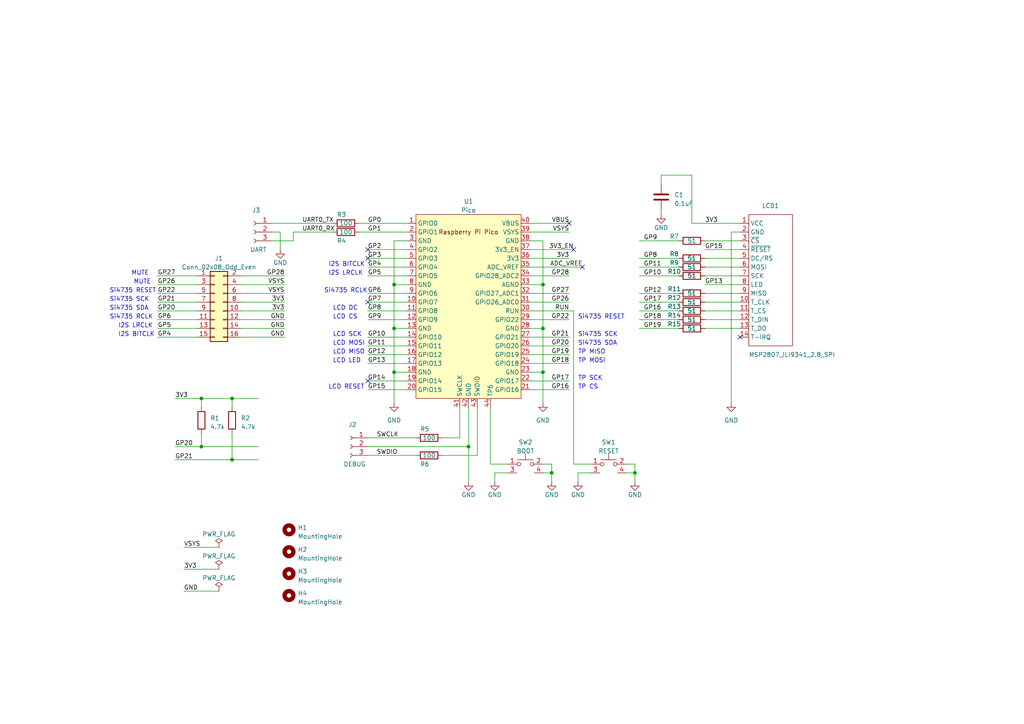
<source format=kicad_sch>
(kicad_sch (version 20230121) (generator eeschema)

  (uuid b3b41562-8fa0-48fb-a370-e9b4cfbd32cc)

  (paper "A4")

  (title_block
    (title "SI4735 DSP RADIO CONTROL BOARD")
    (date "2023-03-18")
    (rev "0.1")
    (company "JP3SRS Masahiro Kusunoki")
  )

  (lib_symbols
    (symbol "Connector:Conn_01x03_Socket" (pin_names (offset 1.016) hide) (in_bom yes) (on_board yes)
      (property "Reference" "J" (at 0 5.08 0)
        (effects (font (size 1.27 1.27)))
      )
      (property "Value" "Conn_01x03_Socket" (at 0 -5.08 0)
        (effects (font (size 1.27 1.27)))
      )
      (property "Footprint" "" (at 0 0 0)
        (effects (font (size 1.27 1.27)) hide)
      )
      (property "Datasheet" "~" (at 0 0 0)
        (effects (font (size 1.27 1.27)) hide)
      )
      (property "ki_locked" "" (at 0 0 0)
        (effects (font (size 1.27 1.27)))
      )
      (property "ki_keywords" "connector" (at 0 0 0)
        (effects (font (size 1.27 1.27)) hide)
      )
      (property "ki_description" "Generic connector, single row, 01x03, script generated" (at 0 0 0)
        (effects (font (size 1.27 1.27)) hide)
      )
      (property "ki_fp_filters" "Connector*:*_1x??_*" (at 0 0 0)
        (effects (font (size 1.27 1.27)) hide)
      )
      (symbol "Conn_01x03_Socket_1_1"
        (arc (start 0 -2.032) (mid -0.5058 -2.54) (end 0 -3.048)
          (stroke (width 0.1524) (type default))
          (fill (type none))
        )
        (polyline
          (pts
            (xy -1.27 -2.54)
            (xy -0.508 -2.54)
          )
          (stroke (width 0.1524) (type default))
          (fill (type none))
        )
        (polyline
          (pts
            (xy -1.27 0)
            (xy -0.508 0)
          )
          (stroke (width 0.1524) (type default))
          (fill (type none))
        )
        (polyline
          (pts
            (xy -1.27 2.54)
            (xy -0.508 2.54)
          )
          (stroke (width 0.1524) (type default))
          (fill (type none))
        )
        (arc (start 0 0.508) (mid -0.5058 0) (end 0 -0.508)
          (stroke (width 0.1524) (type default))
          (fill (type none))
        )
        (arc (start 0 3.048) (mid -0.5058 2.54) (end 0 2.032)
          (stroke (width 0.1524) (type default))
          (fill (type none))
        )
        (pin passive line (at -5.08 2.54 0) (length 3.81)
          (name "Pin_1" (effects (font (size 1.27 1.27))))
          (number "1" (effects (font (size 1.27 1.27))))
        )
        (pin passive line (at -5.08 0 0) (length 3.81)
          (name "Pin_2" (effects (font (size 1.27 1.27))))
          (number "2" (effects (font (size 1.27 1.27))))
        )
        (pin passive line (at -5.08 -2.54 0) (length 3.81)
          (name "Pin_3" (effects (font (size 1.27 1.27))))
          (number "3" (effects (font (size 1.27 1.27))))
        )
      )
    )
    (symbol "Connector_Generic:Conn_02x08_Odd_Even" (pin_names (offset 1.016) hide) (in_bom yes) (on_board yes)
      (property "Reference" "J" (at 1.27 10.16 0)
        (effects (font (size 1.27 1.27)))
      )
      (property "Value" "Conn_02x08_Odd_Even" (at 1.27 -12.7 0)
        (effects (font (size 1.27 1.27)))
      )
      (property "Footprint" "" (at 0 0 0)
        (effects (font (size 1.27 1.27)) hide)
      )
      (property "Datasheet" "~" (at 0 0 0)
        (effects (font (size 1.27 1.27)) hide)
      )
      (property "ki_keywords" "connector" (at 0 0 0)
        (effects (font (size 1.27 1.27)) hide)
      )
      (property "ki_description" "Generic connector, double row, 02x08, odd/even pin numbering scheme (row 1 odd numbers, row 2 even numbers), script generated (kicad-library-utils/schlib/autogen/connector/)" (at 0 0 0)
        (effects (font (size 1.27 1.27)) hide)
      )
      (property "ki_fp_filters" "Connector*:*_2x??_*" (at 0 0 0)
        (effects (font (size 1.27 1.27)) hide)
      )
      (symbol "Conn_02x08_Odd_Even_1_1"
        (rectangle (start -1.27 -10.033) (end 0 -10.287)
          (stroke (width 0.1524) (type default))
          (fill (type none))
        )
        (rectangle (start -1.27 -7.493) (end 0 -7.747)
          (stroke (width 0.1524) (type default))
          (fill (type none))
        )
        (rectangle (start -1.27 -4.953) (end 0 -5.207)
          (stroke (width 0.1524) (type default))
          (fill (type none))
        )
        (rectangle (start -1.27 -2.413) (end 0 -2.667)
          (stroke (width 0.1524) (type default))
          (fill (type none))
        )
        (rectangle (start -1.27 0.127) (end 0 -0.127)
          (stroke (width 0.1524) (type default))
          (fill (type none))
        )
        (rectangle (start -1.27 2.667) (end 0 2.413)
          (stroke (width 0.1524) (type default))
          (fill (type none))
        )
        (rectangle (start -1.27 5.207) (end 0 4.953)
          (stroke (width 0.1524) (type default))
          (fill (type none))
        )
        (rectangle (start -1.27 7.747) (end 0 7.493)
          (stroke (width 0.1524) (type default))
          (fill (type none))
        )
        (rectangle (start -1.27 8.89) (end 3.81 -11.43)
          (stroke (width 0.254) (type default))
          (fill (type background))
        )
        (rectangle (start 3.81 -10.033) (end 2.54 -10.287)
          (stroke (width 0.1524) (type default))
          (fill (type none))
        )
        (rectangle (start 3.81 -7.493) (end 2.54 -7.747)
          (stroke (width 0.1524) (type default))
          (fill (type none))
        )
        (rectangle (start 3.81 -4.953) (end 2.54 -5.207)
          (stroke (width 0.1524) (type default))
          (fill (type none))
        )
        (rectangle (start 3.81 -2.413) (end 2.54 -2.667)
          (stroke (width 0.1524) (type default))
          (fill (type none))
        )
        (rectangle (start 3.81 0.127) (end 2.54 -0.127)
          (stroke (width 0.1524) (type default))
          (fill (type none))
        )
        (rectangle (start 3.81 2.667) (end 2.54 2.413)
          (stroke (width 0.1524) (type default))
          (fill (type none))
        )
        (rectangle (start 3.81 5.207) (end 2.54 4.953)
          (stroke (width 0.1524) (type default))
          (fill (type none))
        )
        (rectangle (start 3.81 7.747) (end 2.54 7.493)
          (stroke (width 0.1524) (type default))
          (fill (type none))
        )
        (pin passive line (at -5.08 7.62 0) (length 3.81)
          (name "Pin_1" (effects (font (size 1.27 1.27))))
          (number "1" (effects (font (size 1.27 1.27))))
        )
        (pin passive line (at 7.62 -2.54 180) (length 3.81)
          (name "Pin_10" (effects (font (size 1.27 1.27))))
          (number "10" (effects (font (size 1.27 1.27))))
        )
        (pin passive line (at -5.08 -5.08 0) (length 3.81)
          (name "Pin_11" (effects (font (size 1.27 1.27))))
          (number "11" (effects (font (size 1.27 1.27))))
        )
        (pin passive line (at 7.62 -5.08 180) (length 3.81)
          (name "Pin_12" (effects (font (size 1.27 1.27))))
          (number "12" (effects (font (size 1.27 1.27))))
        )
        (pin passive line (at -5.08 -7.62 0) (length 3.81)
          (name "Pin_13" (effects (font (size 1.27 1.27))))
          (number "13" (effects (font (size 1.27 1.27))))
        )
        (pin passive line (at 7.62 -7.62 180) (length 3.81)
          (name "Pin_14" (effects (font (size 1.27 1.27))))
          (number "14" (effects (font (size 1.27 1.27))))
        )
        (pin passive line (at -5.08 -10.16 0) (length 3.81)
          (name "Pin_15" (effects (font (size 1.27 1.27))))
          (number "15" (effects (font (size 1.27 1.27))))
        )
        (pin passive line (at 7.62 -10.16 180) (length 3.81)
          (name "Pin_16" (effects (font (size 1.27 1.27))))
          (number "16" (effects (font (size 1.27 1.27))))
        )
        (pin passive line (at 7.62 7.62 180) (length 3.81)
          (name "Pin_2" (effects (font (size 1.27 1.27))))
          (number "2" (effects (font (size 1.27 1.27))))
        )
        (pin passive line (at -5.08 5.08 0) (length 3.81)
          (name "Pin_3" (effects (font (size 1.27 1.27))))
          (number "3" (effects (font (size 1.27 1.27))))
        )
        (pin passive line (at 7.62 5.08 180) (length 3.81)
          (name "Pin_4" (effects (font (size 1.27 1.27))))
          (number "4" (effects (font (size 1.27 1.27))))
        )
        (pin passive line (at -5.08 2.54 0) (length 3.81)
          (name "Pin_5" (effects (font (size 1.27 1.27))))
          (number "5" (effects (font (size 1.27 1.27))))
        )
        (pin passive line (at 7.62 2.54 180) (length 3.81)
          (name "Pin_6" (effects (font (size 1.27 1.27))))
          (number "6" (effects (font (size 1.27 1.27))))
        )
        (pin passive line (at -5.08 0 0) (length 3.81)
          (name "Pin_7" (effects (font (size 1.27 1.27))))
          (number "7" (effects (font (size 1.27 1.27))))
        )
        (pin passive line (at 7.62 0 180) (length 3.81)
          (name "Pin_8" (effects (font (size 1.27 1.27))))
          (number "8" (effects (font (size 1.27 1.27))))
        )
        (pin passive line (at -5.08 -2.54 0) (length 3.81)
          (name "Pin_9" (effects (font (size 1.27 1.27))))
          (number "9" (effects (font (size 1.27 1.27))))
        )
      )
    )
    (symbol "Device:C" (pin_numbers hide) (pin_names (offset 0.254)) (in_bom yes) (on_board yes)
      (property "Reference" "C" (at 0.635 2.54 0)
        (effects (font (size 1.27 1.27)) (justify left))
      )
      (property "Value" "C" (at 0.635 -2.54 0)
        (effects (font (size 1.27 1.27)) (justify left))
      )
      (property "Footprint" "" (at 0.9652 -3.81 0)
        (effects (font (size 1.27 1.27)) hide)
      )
      (property "Datasheet" "~" (at 0 0 0)
        (effects (font (size 1.27 1.27)) hide)
      )
      (property "ki_keywords" "cap capacitor" (at 0 0 0)
        (effects (font (size 1.27 1.27)) hide)
      )
      (property "ki_description" "Unpolarized capacitor" (at 0 0 0)
        (effects (font (size 1.27 1.27)) hide)
      )
      (property "ki_fp_filters" "C_*" (at 0 0 0)
        (effects (font (size 1.27 1.27)) hide)
      )
      (symbol "C_0_1"
        (polyline
          (pts
            (xy -2.032 -0.762)
            (xy 2.032 -0.762)
          )
          (stroke (width 0.508) (type default))
          (fill (type none))
        )
        (polyline
          (pts
            (xy -2.032 0.762)
            (xy 2.032 0.762)
          )
          (stroke (width 0.508) (type default))
          (fill (type none))
        )
      )
      (symbol "C_1_1"
        (pin passive line (at 0 3.81 270) (length 2.794)
          (name "~" (effects (font (size 1.27 1.27))))
          (number "1" (effects (font (size 1.27 1.27))))
        )
        (pin passive line (at 0 -3.81 90) (length 2.794)
          (name "~" (effects (font (size 1.27 1.27))))
          (number "2" (effects (font (size 1.27 1.27))))
        )
      )
    )
    (symbol "Device:R" (pin_numbers hide) (pin_names (offset 0)) (in_bom yes) (on_board yes)
      (property "Reference" "R" (at 2.032 0 90)
        (effects (font (size 1.27 1.27)))
      )
      (property "Value" "R" (at 0 0 90)
        (effects (font (size 1.27 1.27)))
      )
      (property "Footprint" "" (at -1.778 0 90)
        (effects (font (size 1.27 1.27)) hide)
      )
      (property "Datasheet" "~" (at 0 0 0)
        (effects (font (size 1.27 1.27)) hide)
      )
      (property "ki_keywords" "R res resistor" (at 0 0 0)
        (effects (font (size 1.27 1.27)) hide)
      )
      (property "ki_description" "Resistor" (at 0 0 0)
        (effects (font (size 1.27 1.27)) hide)
      )
      (property "ki_fp_filters" "R_*" (at 0 0 0)
        (effects (font (size 1.27 1.27)) hide)
      )
      (symbol "R_0_1"
        (rectangle (start -1.016 -2.54) (end 1.016 2.54)
          (stroke (width 0.254) (type default))
          (fill (type none))
        )
      )
      (symbol "R_1_1"
        (pin passive line (at 0 3.81 270) (length 1.27)
          (name "~" (effects (font (size 1.27 1.27))))
          (number "1" (effects (font (size 1.27 1.27))))
        )
        (pin passive line (at 0 -3.81 90) (length 1.27)
          (name "~" (effects (font (size 1.27 1.27))))
          (number "2" (effects (font (size 1.27 1.27))))
        )
      )
    )
    (symbol "Mechanical:MountingHole" (pin_names (offset 1.016)) (in_bom yes) (on_board yes)
      (property "Reference" "H" (at 0 5.08 0)
        (effects (font (size 1.27 1.27)))
      )
      (property "Value" "MountingHole" (at 0 3.175 0)
        (effects (font (size 1.27 1.27)))
      )
      (property "Footprint" "" (at 0 0 0)
        (effects (font (size 1.27 1.27)) hide)
      )
      (property "Datasheet" "~" (at 0 0 0)
        (effects (font (size 1.27 1.27)) hide)
      )
      (property "ki_keywords" "mounting hole" (at 0 0 0)
        (effects (font (size 1.27 1.27)) hide)
      )
      (property "ki_description" "Mounting Hole without connection" (at 0 0 0)
        (effects (font (size 1.27 1.27)) hide)
      )
      (property "ki_fp_filters" "MountingHole*" (at 0 0 0)
        (effects (font (size 1.27 1.27)) hide)
      )
      (symbol "MountingHole_0_1"
        (circle (center 0 0) (radius 1.27)
          (stroke (width 1.27) (type default))
          (fill (type none))
        )
      )
    )
    (symbol "_localSymbol:MSP2807_ILI9341_2.8_SPI_wo_SD" (in_bom yes) (on_board yes)
      (property "Reference" "LCD" (at -1.27 21.59 0)
        (effects (font (size 1.27 1.27)))
      )
      (property "Value" "MSP2807_ILI9341_2.8_SPI" (at 0 -21.59 0)
        (effects (font (size 1.27 1.27)))
      )
      (property "Footprint" "" (at -3.81 -1.27 0)
        (effects (font (size 1.27 1.27)) hide)
      )
      (property "Datasheet" "" (at -3.81 -1.27 0)
        (effects (font (size 1.27 1.27)) hide)
      )
      (symbol "MSP2807_ILI9341_2.8_SPI_wo_SD_0_1"
        (rectangle (start -6.35 19.05) (end 6.35 -19.05)
          (stroke (width 0) (type default))
          (fill (type none))
        )
      )
      (symbol "MSP2807_ILI9341_2.8_SPI_wo_SD_1_1"
        (pin power_in line (at -8.89 16.51 0) (length 2.54)
          (name "VCC" (effects (font (size 1.27 1.27))))
          (number "1" (effects (font (size 1.27 1.27))))
        )
        (pin bidirectional line (at -8.89 -6.35 0) (length 2.54)
          (name "T_CLK" (effects (font (size 1.27 1.27))))
          (number "10" (effects (font (size 1.27 1.27))))
        )
        (pin bidirectional line (at -8.89 -8.89 0) (length 2.54)
          (name "T_CS" (effects (font (size 1.27 1.27))))
          (number "11" (effects (font (size 1.27 1.27))))
        )
        (pin bidirectional line (at -8.89 -11.43 0) (length 2.54)
          (name "T_DIN" (effects (font (size 1.27 1.27))))
          (number "12" (effects (font (size 1.27 1.27))))
        )
        (pin bidirectional line (at -8.89 -13.97 0) (length 2.54)
          (name "T_DO" (effects (font (size 1.27 1.27))))
          (number "13" (effects (font (size 1.27 1.27))))
        )
        (pin bidirectional line (at -8.89 -16.51 0) (length 2.54)
          (name "T-IRQ" (effects (font (size 1.27 1.27))))
          (number "14" (effects (font (size 1.27 1.27))))
        )
        (pin power_in line (at -8.89 13.97 0) (length 2.54)
          (name "GND" (effects (font (size 1.27 1.27))))
          (number "2" (effects (font (size 1.27 1.27))))
        )
        (pin bidirectional line (at -8.89 11.43 0) (length 2.54)
          (name "~{CS}" (effects (font (size 1.27 1.27))))
          (number "3" (effects (font (size 1.27 1.27))))
        )
        (pin bidirectional line (at -8.89 8.89 0) (length 2.54)
          (name "~{RESET}" (effects (font (size 1.27 1.27))))
          (number "4" (effects (font (size 1.27 1.27))))
        )
        (pin bidirectional line (at -8.89 6.35 0) (length 2.54)
          (name "DC/RS" (effects (font (size 1.27 1.27))))
          (number "5" (effects (font (size 1.27 1.27))))
        )
        (pin bidirectional line (at -8.89 3.81 0) (length 2.54)
          (name "MOSI" (effects (font (size 1.27 1.27))))
          (number "6" (effects (font (size 1.27 1.27))))
        )
        (pin bidirectional line (at -8.89 1.27 0) (length 2.54)
          (name "SCK" (effects (font (size 1.27 1.27))))
          (number "7" (effects (font (size 1.27 1.27))))
        )
        (pin bidirectional line (at -8.89 -1.27 0) (length 2.54)
          (name "LED" (effects (font (size 1.27 1.27))))
          (number "8" (effects (font (size 1.27 1.27))))
        )
        (pin bidirectional line (at -8.89 -3.81 0) (length 2.54)
          (name "MISO" (effects (font (size 1.27 1.27))))
          (number "9" (effects (font (size 1.27 1.27))))
        )
      )
    )
    (symbol "_localSymbol:Pico" (in_bom yes) (on_board yes)
      (property "Reference" "U" (at -13.97 27.94 0)
        (effects (font (size 1.27 1.27)))
      )
      (property "Value" "Pico" (at 0 19.05 0)
        (effects (font (size 1.27 1.27)))
      )
      (property "Footprint" "RPi_Pico:RPi_Pico_SMD_TH" (at 0 0 90)
        (effects (font (size 1.27 1.27)) hide)
      )
      (property "Datasheet" "" (at 0 0 0)
        (effects (font (size 1.27 1.27)) hide)
      )
      (symbol "Pico_0_0"
        (text "Raspberry Pi Pico" (at 0 21.59 0)
          (effects (font (size 1.27 1.27)))
        )
      )
      (symbol "Pico_0_1"
        (rectangle (start -15.24 26.67) (end 15.24 -26.67)
          (stroke (width 0) (type default))
          (fill (type background))
        )
      )
      (symbol "Pico_1_1"
        (pin bidirectional line (at -17.78 24.13 0) (length 2.54)
          (name "GPIO0" (effects (font (size 1.27 1.27))))
          (number "1" (effects (font (size 1.27 1.27))))
        )
        (pin bidirectional line (at -17.78 1.27 0) (length 2.54)
          (name "GPIO7" (effects (font (size 1.27 1.27))))
          (number "10" (effects (font (size 1.27 1.27))))
        )
        (pin bidirectional line (at -17.78 -1.27 0) (length 2.54)
          (name "GPIO8" (effects (font (size 1.27 1.27))))
          (number "11" (effects (font (size 1.27 1.27))))
        )
        (pin bidirectional line (at -17.78 -3.81 0) (length 2.54)
          (name "GPIO9" (effects (font (size 1.27 1.27))))
          (number "12" (effects (font (size 1.27 1.27))))
        )
        (pin power_in line (at -17.78 -6.35 0) (length 2.54)
          (name "GND" (effects (font (size 1.27 1.27))))
          (number "13" (effects (font (size 1.27 1.27))))
        )
        (pin bidirectional line (at -17.78 -8.89 0) (length 2.54)
          (name "GPIO10" (effects (font (size 1.27 1.27))))
          (number "14" (effects (font (size 1.27 1.27))))
        )
        (pin bidirectional line (at -17.78 -11.43 0) (length 2.54)
          (name "GPIO11" (effects (font (size 1.27 1.27))))
          (number "15" (effects (font (size 1.27 1.27))))
        )
        (pin bidirectional line (at -17.78 -13.97 0) (length 2.54)
          (name "GPIO12" (effects (font (size 1.27 1.27))))
          (number "16" (effects (font (size 1.27 1.27))))
        )
        (pin bidirectional line (at -17.78 -16.51 0) (length 2.54)
          (name "GPIO13" (effects (font (size 1.27 1.27))))
          (number "17" (effects (font (size 1.27 1.27))))
        )
        (pin power_in line (at -17.78 -19.05 0) (length 2.54)
          (name "GND" (effects (font (size 1.27 1.27))))
          (number "18" (effects (font (size 1.27 1.27))))
        )
        (pin bidirectional line (at -17.78 -21.59 0) (length 2.54)
          (name "GPIO14" (effects (font (size 1.27 1.27))))
          (number "19" (effects (font (size 1.27 1.27))))
        )
        (pin bidirectional line (at -17.78 21.59 0) (length 2.54)
          (name "GPIO1" (effects (font (size 1.27 1.27))))
          (number "2" (effects (font (size 1.27 1.27))))
        )
        (pin bidirectional line (at -17.78 -24.13 0) (length 2.54)
          (name "GPIO15" (effects (font (size 1.27 1.27))))
          (number "20" (effects (font (size 1.27 1.27))))
        )
        (pin bidirectional line (at 17.78 -24.13 180) (length 2.54)
          (name "GPIO16" (effects (font (size 1.27 1.27))))
          (number "21" (effects (font (size 1.27 1.27))))
        )
        (pin bidirectional line (at 17.78 -21.59 180) (length 2.54)
          (name "GPIO17" (effects (font (size 1.27 1.27))))
          (number "22" (effects (font (size 1.27 1.27))))
        )
        (pin power_in line (at 17.78 -19.05 180) (length 2.54)
          (name "GND" (effects (font (size 1.27 1.27))))
          (number "23" (effects (font (size 1.27 1.27))))
        )
        (pin bidirectional line (at 17.78 -16.51 180) (length 2.54)
          (name "GPIO18" (effects (font (size 1.27 1.27))))
          (number "24" (effects (font (size 1.27 1.27))))
        )
        (pin bidirectional line (at 17.78 -13.97 180) (length 2.54)
          (name "GPIO19" (effects (font (size 1.27 1.27))))
          (number "25" (effects (font (size 1.27 1.27))))
        )
        (pin bidirectional line (at 17.78 -11.43 180) (length 2.54)
          (name "GPIO20" (effects (font (size 1.27 1.27))))
          (number "26" (effects (font (size 1.27 1.27))))
        )
        (pin bidirectional line (at 17.78 -8.89 180) (length 2.54)
          (name "GPIO21" (effects (font (size 1.27 1.27))))
          (number "27" (effects (font (size 1.27 1.27))))
        )
        (pin power_in line (at 17.78 -6.35 180) (length 2.54)
          (name "GND" (effects (font (size 1.27 1.27))))
          (number "28" (effects (font (size 1.27 1.27))))
        )
        (pin bidirectional line (at 17.78 -3.81 180) (length 2.54)
          (name "GPIO22" (effects (font (size 1.27 1.27))))
          (number "29" (effects (font (size 1.27 1.27))))
        )
        (pin power_in line (at -17.78 19.05 0) (length 2.54)
          (name "GND" (effects (font (size 1.27 1.27))))
          (number "3" (effects (font (size 1.27 1.27))))
        )
        (pin input line (at 17.78 -1.27 180) (length 2.54)
          (name "RUN" (effects (font (size 1.27 1.27))))
          (number "30" (effects (font (size 1.27 1.27))))
        )
        (pin bidirectional line (at 17.78 1.27 180) (length 2.54)
          (name "GPIO26_ADC0" (effects (font (size 1.27 1.27))))
          (number "31" (effects (font (size 1.27 1.27))))
        )
        (pin bidirectional line (at 17.78 3.81 180) (length 2.54)
          (name "GPIO27_ADC1" (effects (font (size 1.27 1.27))))
          (number "32" (effects (font (size 1.27 1.27))))
        )
        (pin power_in line (at 17.78 6.35 180) (length 2.54)
          (name "AGND" (effects (font (size 1.27 1.27))))
          (number "33" (effects (font (size 1.27 1.27))))
        )
        (pin bidirectional line (at 17.78 8.89 180) (length 2.54)
          (name "GPIO28_ADC2" (effects (font (size 1.27 1.27))))
          (number "34" (effects (font (size 1.27 1.27))))
        )
        (pin bidirectional line (at 17.78 11.43 180) (length 2.54)
          (name "ADC_VREF" (effects (font (size 1.27 1.27))))
          (number "35" (effects (font (size 1.27 1.27))))
        )
        (pin power_in line (at 17.78 13.97 180) (length 2.54)
          (name "3V3" (effects (font (size 1.27 1.27))))
          (number "36" (effects (font (size 1.27 1.27))))
        )
        (pin input line (at 17.78 16.51 180) (length 2.54)
          (name "3V3_EN" (effects (font (size 1.27 1.27))))
          (number "37" (effects (font (size 1.27 1.27))))
        )
        (pin power_in line (at 17.78 19.05 180) (length 2.54)
          (name "GND" (effects (font (size 1.27 1.27))))
          (number "38" (effects (font (size 1.27 1.27))))
        )
        (pin power_in line (at 17.78 21.59 180) (length 2.54)
          (name "VSYS" (effects (font (size 1.27 1.27))))
          (number "39" (effects (font (size 1.27 1.27))))
        )
        (pin bidirectional line (at -17.78 16.51 0) (length 2.54)
          (name "GPIO2" (effects (font (size 1.27 1.27))))
          (number "4" (effects (font (size 1.27 1.27))))
        )
        (pin power_in line (at 17.78 24.13 180) (length 2.54)
          (name "VBUS" (effects (font (size 1.27 1.27))))
          (number "40" (effects (font (size 1.27 1.27))))
        )
        (pin input line (at -2.54 -29.21 90) (length 2.54)
          (name "SWCLK" (effects (font (size 1.27 1.27))))
          (number "41" (effects (font (size 1.27 1.27))))
        )
        (pin power_in line (at 0 -29.21 90) (length 2.54)
          (name "GND" (effects (font (size 1.27 1.27))))
          (number "42" (effects (font (size 1.27 1.27))))
        )
        (pin bidirectional line (at 2.54 -29.21 90) (length 2.54)
          (name "SWDIO" (effects (font (size 1.27 1.27))))
          (number "43" (effects (font (size 1.27 1.27))))
        )
        (pin bidirectional line (at 6.35 -29.21 90) (length 2.54)
          (name "TP6" (effects (font (size 1.27 1.27))))
          (number "44" (effects (font (size 1.27 1.27))))
        )
        (pin bidirectional line (at -17.78 13.97 0) (length 2.54)
          (name "GPIO3" (effects (font (size 1.27 1.27))))
          (number "5" (effects (font (size 1.27 1.27))))
        )
        (pin bidirectional line (at -17.78 11.43 0) (length 2.54)
          (name "GPIO4" (effects (font (size 1.27 1.27))))
          (number "6" (effects (font (size 1.27 1.27))))
        )
        (pin bidirectional line (at -17.78 8.89 0) (length 2.54)
          (name "GPIO5" (effects (font (size 1.27 1.27))))
          (number "7" (effects (font (size 1.27 1.27))))
        )
        (pin power_in line (at -17.78 6.35 0) (length 2.54)
          (name "GND" (effects (font (size 1.27 1.27))))
          (number "8" (effects (font (size 1.27 1.27))))
        )
        (pin bidirectional line (at -17.78 3.81 0) (length 2.54)
          (name "GPIO6" (effects (font (size 1.27 1.27))))
          (number "9" (effects (font (size 1.27 1.27))))
        )
      )
    )
    (symbol "_localSymbol:THBP07-043CW" (pin_names (offset 1.016) hide) (in_bom yes) (on_board yes)
      (property "Reference" "SW" (at 0.635 5.715 0)
        (effects (font (size 1.27 1.27)) (justify left))
      )
      (property "Value" "THBP07-043CW" (at 0 -3.175 0)
        (effects (font (size 1.27 1.27)))
      )
      (property "Footprint" "_localFootprint:THBP07-043CW" (at 0 7.62 0)
        (effects (font (size 1.27 1.27)) hide)
      )
      (property "Datasheet" "http://www.apem.com/int/index.php?controller=attachment&id_attachment=1371" (at 0 7.62 0)
        (effects (font (size 1.27 1.27)) hide)
      )
      (property "ki_keywords" "switch normally-open pushbutton push-button" (at 0 0 0)
        (effects (font (size 1.27 1.27)) hide)
      )
      (property "ki_description" "single pole normally-open tactile switch" (at 0 0 0)
        (effects (font (size 1.27 1.27)) hide)
      )
      (property "ki_fp_filters" "SW*MEC*5G*" (at 0 0 0)
        (effects (font (size 1.27 1.27)) hide)
      )
      (symbol "THBP07-043CW_0_1"
        (circle (center -1.905 2.54) (radius 0.508)
          (stroke (width 0) (type default))
          (fill (type none))
        )
        (polyline
          (pts
            (xy -2.286 3.81)
            (xy 2.286 3.81)
          )
          (stroke (width 0) (type default))
          (fill (type none))
        )
        (polyline
          (pts
            (xy 0 3.81)
            (xy 0 5.588)
          )
          (stroke (width 0) (type default))
          (fill (type none))
        )
        (circle (center 1.905 2.54) (radius 0.508)
          (stroke (width 0) (type default))
          (fill (type none))
        )
        (pin passive line (at -5.08 2.54 0) (length 2.54)
          (name "1" (effects (font (size 1.27 1.27))))
          (number "1" (effects (font (size 1.27 1.27))))
        )
        (pin passive line (at 5.08 2.54 180) (length 2.54)
          (name "2" (effects (font (size 1.27 1.27))))
          (number "2" (effects (font (size 1.27 1.27))))
        )
        (pin passive line (at -5.08 0 0) (length 2.54)
          (name "3" (effects (font (size 1.27 1.27))))
          (number "3" (effects (font (size 1.27 1.27))))
        )
        (pin passive line (at 5.08 0 180) (length 2.54)
          (name "4" (effects (font (size 1.27 1.27))))
          (number "4" (effects (font (size 1.27 1.27))))
        )
      )
    )
    (symbol "power:GND" (power) (pin_names (offset 0)) (in_bom yes) (on_board yes)
      (property "Reference" "#PWR" (at 0 -6.35 0)
        (effects (font (size 1.27 1.27)) hide)
      )
      (property "Value" "GND" (at 0 -3.81 0)
        (effects (font (size 1.27 1.27)))
      )
      (property "Footprint" "" (at 0 0 0)
        (effects (font (size 1.27 1.27)) hide)
      )
      (property "Datasheet" "" (at 0 0 0)
        (effects (font (size 1.27 1.27)) hide)
      )
      (property "ki_keywords" "global power" (at 0 0 0)
        (effects (font (size 1.27 1.27)) hide)
      )
      (property "ki_description" "Power symbol creates a global label with name \"GND\" , ground" (at 0 0 0)
        (effects (font (size 1.27 1.27)) hide)
      )
      (symbol "GND_0_1"
        (polyline
          (pts
            (xy 0 0)
            (xy 0 -1.27)
            (xy 1.27 -1.27)
            (xy 0 -2.54)
            (xy -1.27 -1.27)
            (xy 0 -1.27)
          )
          (stroke (width 0) (type default))
          (fill (type none))
        )
      )
      (symbol "GND_1_1"
        (pin power_in line (at 0 0 270) (length 0) hide
          (name "GND" (effects (font (size 1.27 1.27))))
          (number "1" (effects (font (size 1.27 1.27))))
        )
      )
    )
    (symbol "power:PWR_FLAG" (power) (pin_numbers hide) (pin_names (offset 0) hide) (in_bom yes) (on_board yes)
      (property "Reference" "#FLG" (at 0 1.905 0)
        (effects (font (size 1.27 1.27)) hide)
      )
      (property "Value" "PWR_FLAG" (at 0 3.81 0)
        (effects (font (size 1.27 1.27)))
      )
      (property "Footprint" "" (at 0 0 0)
        (effects (font (size 1.27 1.27)) hide)
      )
      (property "Datasheet" "~" (at 0 0 0)
        (effects (font (size 1.27 1.27)) hide)
      )
      (property "ki_keywords" "flag power" (at 0 0 0)
        (effects (font (size 1.27 1.27)) hide)
      )
      (property "ki_description" "Special symbol for telling ERC where power comes from" (at 0 0 0)
        (effects (font (size 1.27 1.27)) hide)
      )
      (symbol "PWR_FLAG_0_0"
        (pin power_out line (at 0 0 90) (length 0)
          (name "pwr" (effects (font (size 1.27 1.27))))
          (number "1" (effects (font (size 1.27 1.27))))
        )
      )
      (symbol "PWR_FLAG_0_1"
        (polyline
          (pts
            (xy 0 0)
            (xy 0 1.27)
            (xy -1.016 1.905)
            (xy 0 2.54)
            (xy 1.016 1.905)
            (xy 0 1.27)
          )
          (stroke (width 0) (type default))
          (fill (type none))
        )
      )
    )
  )

  (junction (at 114.3 95.25) (diameter 0) (color 0 0 0 0)
    (uuid 096a49b7-86fd-4256-838a-ed56008cc5dc)
  )
  (junction (at 114.3 107.95) (diameter 0) (color 0 0 0 0)
    (uuid 2974f585-7d13-4f53-9b79-018a98c5cbe3)
  )
  (junction (at 67.31 115.57) (diameter 0) (color 0 0 0 0)
    (uuid 3c94fac4-07f4-4d94-a367-8345ebd023ee)
  )
  (junction (at 58.42 129.54) (diameter 0) (color 0 0 0 0)
    (uuid 7da21aa0-37c7-4f75-b668-b7c82c177eee)
  )
  (junction (at 157.48 82.55) (diameter 0) (color 0 0 0 0)
    (uuid 80a4c978-9980-4331-a3ff-595ca8d24ae8)
  )
  (junction (at 184.15 137.16) (diameter 0) (color 0 0 0 0)
    (uuid 949119bb-039e-40a6-b698-11b66310a541)
  )
  (junction (at 135.89 129.54) (diameter 0) (color 0 0 0 0)
    (uuid 9d389505-279a-4388-9bf6-94d33f30dd72)
  )
  (junction (at 157.48 95.25) (diameter 0) (color 0 0 0 0)
    (uuid b23b0472-46e8-463d-a204-6aae67d04ceb)
  )
  (junction (at 160.02 137.16) (diameter 0) (color 0 0 0 0)
    (uuid b70a9328-f845-44c6-a2bf-b2f40d0e8bab)
  )
  (junction (at 114.3 82.55) (diameter 0) (color 0 0 0 0)
    (uuid e48a7062-8066-46f6-b663-9ed36aa01d67)
  )
  (junction (at 157.48 107.95) (diameter 0) (color 0 0 0 0)
    (uuid e60acd92-5333-43e4-91ff-869d14fc4b69)
  )
  (junction (at 58.42 115.57) (diameter 0) (color 0 0 0 0)
    (uuid e7c7b648-1d6c-4e49-ad22-8ad81b0129f7)
  )
  (junction (at 67.31 133.35) (diameter 0) (color 0 0 0 0)
    (uuid f9e93e17-3886-4fe2-b4bd-2bba184bab1c)
  )

  (no_connect (at 166.37 72.39) (uuid 14ce0c77-3c2d-416e-a134-bad5b1a5a43b))
  (no_connect (at 214.63 97.79) (uuid 1a5ccbcf-bcd9-4df4-8bb9-d0624aa994c2))
  (no_connect (at 165.1 64.77) (uuid 2749b6cf-76f6-4cc0-b895-44fddf0cbe53))
  (no_connect (at 106.68 72.39) (uuid 63d65807-26fb-4d6e-8864-5d18193c5e6a))
  (no_connect (at 106.68 87.63) (uuid 79c855ed-967e-472f-bde1-451e1973725a))
  (no_connect (at 106.68 74.93) (uuid 856e6157-7d75-42bb-973f-7c354e0e4801))
  (no_connect (at 168.91 77.47) (uuid d83ef107-28b3-4885-ab98-1f5890fdc4ef))
  (no_connect (at 106.68 110.49) (uuid e46949a7-5414-4b60-aeed-bbf44f338d35))

  (wire (pts (xy 45.72 90.17) (xy 57.15 90.17))
    (stroke (width 0) (type default))
    (uuid 036a9a11-1b64-4bf5-8cc7-731916c2cd7c)
  )
  (wire (pts (xy 58.42 129.54) (xy 74.93 129.54))
    (stroke (width 0) (type default))
    (uuid 042d5b8c-3921-4854-912e-50be85732b74)
  )
  (wire (pts (xy 114.3 95.25) (xy 114.3 82.55))
    (stroke (width 0) (type default))
    (uuid 0635955f-c589-4273-aea4-788eee76b621)
  )
  (wire (pts (xy 114.3 107.95) (xy 118.11 107.95))
    (stroke (width 0) (type default))
    (uuid 06b3b093-a271-4940-a31d-b9d22d367708)
  )
  (wire (pts (xy 204.47 80.01) (xy 214.63 80.01))
    (stroke (width 0) (type default))
    (uuid 08d56cfe-5906-4164-9fb0-93f3d1e74998)
  )
  (wire (pts (xy 69.85 87.63) (xy 82.55 87.63))
    (stroke (width 0) (type default))
    (uuid 0b659129-7e78-450f-9bd4-e0a346d16663)
  )
  (wire (pts (xy 204.47 87.63) (xy 214.63 87.63))
    (stroke (width 0) (type default))
    (uuid 0dcd2df5-bb48-43d9-9358-63d37bc08a39)
  )
  (wire (pts (xy 153.67 110.49) (xy 165.1 110.49))
    (stroke (width 0) (type default))
    (uuid 0f1390f0-2460-4ab4-98ff-a7fa6b0c1afa)
  )
  (wire (pts (xy 153.67 74.93) (xy 165.1 74.93))
    (stroke (width 0) (type default))
    (uuid 114755c8-949f-48e2-a340-33026930c350)
  )
  (wire (pts (xy 118.11 85.09) (xy 106.68 85.09))
    (stroke (width 0) (type default))
    (uuid 11818d09-260c-4e8e-81bc-da28bfb5e8ec)
  )
  (wire (pts (xy 157.48 69.85) (xy 157.48 82.55))
    (stroke (width 0) (type default))
    (uuid 12570f7d-39bd-4a83-8eeb-23a4eab2d95d)
  )
  (wire (pts (xy 78.74 69.85) (xy 85.09 69.85))
    (stroke (width 0) (type default))
    (uuid 1745bc27-abca-4928-84af-bdf6f6e919f9)
  )
  (wire (pts (xy 196.85 74.93) (xy 185.42 74.93))
    (stroke (width 0) (type default))
    (uuid 18e0d593-90be-4c5d-99a7-3917cac20d79)
  )
  (wire (pts (xy 153.67 100.33) (xy 165.1 100.33))
    (stroke (width 0) (type default))
    (uuid 1a04fc37-e23b-4a38-afa0-94ea47600888)
  )
  (wire (pts (xy 214.63 67.31) (xy 212.09 67.31))
    (stroke (width 0) (type default))
    (uuid 1ae6b500-1eda-4637-8853-7a9488420172)
  )
  (wire (pts (xy 106.68 105.41) (xy 118.11 105.41))
    (stroke (width 0) (type default))
    (uuid 1d7a9db0-c68b-4cdc-a591-d8597bb43354)
  )
  (wire (pts (xy 153.67 77.47) (xy 168.91 77.47))
    (stroke (width 0) (type default))
    (uuid 256ec98c-6ae7-45ee-ba50-fa5c7024a50f)
  )
  (wire (pts (xy 67.31 133.35) (xy 74.93 133.35))
    (stroke (width 0) (type default))
    (uuid 2689a81a-5963-4454-bd60-d81aae3adbb0)
  )
  (wire (pts (xy 128.27 132.08) (xy 138.43 132.08))
    (stroke (width 0) (type default))
    (uuid 27b37456-66d6-4be6-a045-b6e39b26fb94)
  )
  (wire (pts (xy 85.09 69.85) (xy 85.09 67.31))
    (stroke (width 0) (type default))
    (uuid 2ea77452-12ad-4bc3-a1dc-a8970d822858)
  )
  (wire (pts (xy 69.85 92.71) (xy 82.55 92.71))
    (stroke (width 0) (type default))
    (uuid 313fa520-ce02-4d3d-947f-8d6e8d7837fa)
  )
  (wire (pts (xy 157.48 95.25) (xy 157.48 107.95))
    (stroke (width 0) (type default))
    (uuid 31869b1a-14e6-4260-a9f7-0b92e8eb65d8)
  )
  (wire (pts (xy 166.37 134.62) (xy 166.37 90.17))
    (stroke (width 0) (type default))
    (uuid 339f0f6b-18f2-4534-bbbb-47f4b29669cb)
  )
  (wire (pts (xy 153.67 92.71) (xy 165.1 92.71))
    (stroke (width 0) (type default))
    (uuid 3498f072-abaf-4b6b-820e-138b5efce22b)
  )
  (wire (pts (xy 106.68 100.33) (xy 118.11 100.33))
    (stroke (width 0) (type default))
    (uuid 36b01c59-dcb6-4ed3-8dfe-8e52f0d66b45)
  )
  (wire (pts (xy 58.42 115.57) (xy 67.31 115.57))
    (stroke (width 0) (type default))
    (uuid 36de87d8-6e53-4654-bedd-36d2f0b5334c)
  )
  (wire (pts (xy 45.72 87.63) (xy 57.15 87.63))
    (stroke (width 0) (type default))
    (uuid 37e6a1e8-730b-4f56-aba2-6ff6133fff36)
  )
  (wire (pts (xy 204.47 77.47) (xy 214.63 77.47))
    (stroke (width 0) (type default))
    (uuid 38302fd6-f038-4e46-89e0-ec81763856c7)
  )
  (wire (pts (xy 58.42 125.73) (xy 58.42 129.54))
    (stroke (width 0) (type default))
    (uuid 39346717-286f-4d2a-8e49-c78b7a99e65b)
  )
  (wire (pts (xy 106.68 74.93) (xy 118.11 74.93))
    (stroke (width 0) (type default))
    (uuid 3ab94bb5-a72e-48a1-9b04-610aaf313076)
  )
  (wire (pts (xy 153.67 80.01) (xy 165.1 80.01))
    (stroke (width 0) (type default))
    (uuid 3b7318ce-d346-4bde-8c0f-eec19d979106)
  )
  (wire (pts (xy 69.85 90.17) (xy 82.55 90.17))
    (stroke (width 0) (type default))
    (uuid 3b9aa0e4-81f1-4173-b16d-a170829b3a06)
  )
  (wire (pts (xy 63.5 165.1) (xy 53.34 165.1))
    (stroke (width 0) (type default))
    (uuid 3c414fc6-4c4b-4c29-9aaf-cbbbaa5efa02)
  )
  (wire (pts (xy 160.02 134.62) (xy 160.02 137.16))
    (stroke (width 0) (type default))
    (uuid 3e1b5718-f686-4fb2-adce-0c9089144d21)
  )
  (wire (pts (xy 212.09 67.31) (xy 212.09 116.84))
    (stroke (width 0) (type default))
    (uuid 3e6d7ae0-1b50-4197-901d-f383088ca6aa)
  )
  (wire (pts (xy 196.85 90.17) (xy 185.42 90.17))
    (stroke (width 0) (type default))
    (uuid 3ee2a633-4708-4e3f-a494-b9161a682115)
  )
  (wire (pts (xy 138.43 132.08) (xy 138.43 118.11))
    (stroke (width 0) (type default))
    (uuid 3fed5e4b-914f-4a5f-b853-edd51f5605e1)
  )
  (wire (pts (xy 153.67 90.17) (xy 166.37 90.17))
    (stroke (width 0) (type default))
    (uuid 40231e67-21dc-4388-81f2-6743445ba5b1)
  )
  (wire (pts (xy 153.67 69.85) (xy 157.48 69.85))
    (stroke (width 0) (type default))
    (uuid 41b365c5-56a1-4810-b752-6b637fc73ce5)
  )
  (wire (pts (xy 181.61 134.62) (xy 184.15 134.62))
    (stroke (width 0) (type default))
    (uuid 43ab91d8-bb02-4af6-9303-3769a88e0a79)
  )
  (wire (pts (xy 191.77 53.34) (xy 191.77 50.8))
    (stroke (width 0) (type default))
    (uuid 452ddc74-b45e-4057-a870-9905d758e2ab)
  )
  (wire (pts (xy 166.37 134.62) (xy 171.45 134.62))
    (stroke (width 0) (type default))
    (uuid 4539c3b0-e40b-4766-b939-2517fbd7a578)
  )
  (wire (pts (xy 81.28 67.31) (xy 81.28 72.39))
    (stroke (width 0) (type default))
    (uuid 45f1751f-6344-41e7-a7e5-91657586dc02)
  )
  (wire (pts (xy 114.3 69.85) (xy 118.11 69.85))
    (stroke (width 0) (type default))
    (uuid 4bade527-bcae-4fbc-8989-c82d537b9dd2)
  )
  (wire (pts (xy 153.67 113.03) (xy 165.1 113.03))
    (stroke (width 0) (type default))
    (uuid 4bee735e-e782-46a9-bdf8-2d0d64e9e996)
  )
  (wire (pts (xy 204.47 92.71) (xy 214.63 92.71))
    (stroke (width 0) (type default))
    (uuid 4e2d60ee-f589-4438-ab9b-9555eec7eca9)
  )
  (wire (pts (xy 153.67 85.09) (xy 165.1 85.09))
    (stroke (width 0) (type default))
    (uuid 52831262-d961-481b-9240-3b956c3fbb3b)
  )
  (wire (pts (xy 106.68 77.47) (xy 118.11 77.47))
    (stroke (width 0) (type default))
    (uuid 531f6473-38c1-472b-8735-c1d85419ac3b)
  )
  (wire (pts (xy 45.72 97.79) (xy 57.15 97.79))
    (stroke (width 0) (type default))
    (uuid 534b34d6-49ee-4990-911d-1e099014f4e4)
  )
  (wire (pts (xy 106.68 87.63) (xy 118.11 87.63))
    (stroke (width 0) (type default))
    (uuid 55422310-4eee-4335-8380-e1a1c4d1e122)
  )
  (wire (pts (xy 106.68 129.54) (xy 135.89 129.54))
    (stroke (width 0) (type default))
    (uuid 56c5dc38-3761-44ec-8b4c-866360131e4f)
  )
  (wire (pts (xy 196.85 69.85) (xy 185.42 69.85))
    (stroke (width 0) (type default))
    (uuid 5742f9f0-22c3-4b9d-88b9-83c8d8dc5188)
  )
  (wire (pts (xy 58.42 115.57) (xy 58.42 118.11))
    (stroke (width 0) (type default))
    (uuid 58f8035d-b0eb-4317-831f-95f5057f3c1d)
  )
  (wire (pts (xy 114.3 82.55) (xy 118.11 82.55))
    (stroke (width 0) (type default))
    (uuid 60c9ae63-f277-4769-a9ec-692049c36a80)
  )
  (wire (pts (xy 50.8 133.35) (xy 67.31 133.35))
    (stroke (width 0) (type default))
    (uuid 60f02097-ef22-4098-86ac-eaf7e6deb28d)
  )
  (wire (pts (xy 153.67 87.63) (xy 165.1 87.63))
    (stroke (width 0) (type default))
    (uuid 6135b30c-2849-40e0-a864-a74998d81914)
  )
  (wire (pts (xy 104.14 67.31) (xy 118.11 67.31))
    (stroke (width 0) (type default))
    (uuid 652901f7-fe79-46e1-954b-d4fb0baaf1b9)
  )
  (wire (pts (xy 69.85 80.01) (xy 82.55 80.01))
    (stroke (width 0) (type default))
    (uuid 66bb9dc4-4b62-4f3e-963f-1177ec8f78a6)
  )
  (wire (pts (xy 153.67 82.55) (xy 157.48 82.55))
    (stroke (width 0) (type default))
    (uuid 67ec3154-f6c9-49d9-8b44-76fa158438fb)
  )
  (wire (pts (xy 143.51 137.16) (xy 143.51 139.7))
    (stroke (width 0) (type default))
    (uuid 698bb85d-6704-419f-b804-d876103c99a1)
  )
  (wire (pts (xy 184.15 134.62) (xy 184.15 137.16))
    (stroke (width 0) (type default))
    (uuid 6ecae26a-4530-4bec-aab0-23b679181a6b)
  )
  (wire (pts (xy 50.8 129.54) (xy 58.42 129.54))
    (stroke (width 0) (type default))
    (uuid 7049f5f6-3b95-42b5-9646-1c1dc22a7087)
  )
  (wire (pts (xy 196.85 80.01) (xy 185.42 80.01))
    (stroke (width 0) (type default))
    (uuid 71c3efa7-f9d6-4589-9ffb-ed7c9e4118c5)
  )
  (wire (pts (xy 184.15 137.16) (xy 184.15 139.7))
    (stroke (width 0) (type default))
    (uuid 76ee9099-6825-444f-bf12-e040d11325a6)
  )
  (wire (pts (xy 196.85 85.09) (xy 185.42 85.09))
    (stroke (width 0) (type default))
    (uuid 78d23414-11df-416a-b5be-c1cdb90304e4)
  )
  (wire (pts (xy 106.68 92.71) (xy 118.11 92.71))
    (stroke (width 0) (type default))
    (uuid 7a64df62-1ae2-42ad-90f6-a64c51f6b959)
  )
  (wire (pts (xy 181.61 137.16) (xy 184.15 137.16))
    (stroke (width 0) (type default))
    (uuid 7edc75a2-62c0-4b09-b2d7-4d6897454a70)
  )
  (wire (pts (xy 196.85 95.25) (xy 185.42 95.25))
    (stroke (width 0) (type default))
    (uuid 7f049586-bcfb-46d8-b2bc-57f8c999e68c)
  )
  (wire (pts (xy 153.67 95.25) (xy 157.48 95.25))
    (stroke (width 0) (type default))
    (uuid 828687fb-d7d7-4ee5-83c5-645df8e9eac5)
  )
  (wire (pts (xy 153.67 67.31) (xy 165.1 67.31))
    (stroke (width 0) (type default))
    (uuid 853d1ca2-aedd-441e-9b85-296341fa1c2b)
  )
  (wire (pts (xy 204.47 69.85) (xy 214.63 69.85))
    (stroke (width 0) (type default))
    (uuid 85e70a33-1df5-45e1-9591-0ffe7bc6effb)
  )
  (wire (pts (xy 67.31 125.73) (xy 67.31 133.35))
    (stroke (width 0) (type default))
    (uuid 87a1b698-0202-4660-8261-18ccce47a44e)
  )
  (wire (pts (xy 147.32 137.16) (xy 143.51 137.16))
    (stroke (width 0) (type default))
    (uuid 8870c8d4-9042-4a9e-a7d2-73ed47459266)
  )
  (wire (pts (xy 200.66 64.77) (xy 214.63 64.77))
    (stroke (width 0) (type default))
    (uuid 889bbef6-e32f-48b5-8bbe-9461631c939e)
  )
  (wire (pts (xy 106.68 90.17) (xy 118.11 90.17))
    (stroke (width 0) (type default))
    (uuid 88f27eb6-6e94-4365-9433-8c64050f2904)
  )
  (wire (pts (xy 120.65 132.08) (xy 106.68 132.08))
    (stroke (width 0) (type default))
    (uuid 894331e4-c72a-440a-a2bb-3a5a1bf33bcc)
  )
  (wire (pts (xy 85.09 67.31) (xy 96.52 67.31))
    (stroke (width 0) (type default))
    (uuid 8fa9a297-8e7f-46ab-831a-79b92ae817b6)
  )
  (wire (pts (xy 167.64 137.16) (xy 167.64 139.7))
    (stroke (width 0) (type default))
    (uuid 90ec04e8-cad3-4d47-ab33-59f4d24273ad)
  )
  (wire (pts (xy 191.77 50.8) (xy 200.66 50.8))
    (stroke (width 0) (type default))
    (uuid 91cf420d-1153-49a2-803e-979f883ab193)
  )
  (wire (pts (xy 204.47 90.17) (xy 214.63 90.17))
    (stroke (width 0) (type default))
    (uuid 9542eaa2-4867-4e9c-8c7b-a3802d27e532)
  )
  (wire (pts (xy 106.68 72.39) (xy 118.11 72.39))
    (stroke (width 0) (type default))
    (uuid 96f01287-dcf1-46a7-9f77-7790edf8fad5)
  )
  (wire (pts (xy 142.24 134.62) (xy 147.32 134.62))
    (stroke (width 0) (type default))
    (uuid 973e8fa4-de53-4d6f-b3ef-eb46c4cc0959)
  )
  (wire (pts (xy 135.89 129.54) (xy 135.89 139.7))
    (stroke (width 0) (type default))
    (uuid 978ee975-3e45-4643-953d-bd37c7e9e08c)
  )
  (wire (pts (xy 67.31 115.57) (xy 74.93 115.57))
    (stroke (width 0) (type default))
    (uuid 98b43cdd-88e8-4eb5-9588-830c73156540)
  )
  (wire (pts (xy 157.48 82.55) (xy 157.48 95.25))
    (stroke (width 0) (type default))
    (uuid 9b622823-a380-4ab9-8091-23ad7b8de4a5)
  )
  (wire (pts (xy 204.47 72.39) (xy 214.63 72.39))
    (stroke (width 0) (type default))
    (uuid 9c7cd1cc-693a-4154-9dd5-b0775c9e70e3)
  )
  (wire (pts (xy 78.74 64.77) (xy 96.52 64.77))
    (stroke (width 0) (type default))
    (uuid a1296726-dde4-4458-b9fa-0ebef3469b46)
  )
  (wire (pts (xy 133.35 127) (xy 128.27 127))
    (stroke (width 0) (type default))
    (uuid a1e4736e-dd56-4557-8901-db170fe327ae)
  )
  (wire (pts (xy 196.85 77.47) (xy 185.42 77.47))
    (stroke (width 0) (type default))
    (uuid a8cac030-9b4c-4377-9ad5-cf09a52ef6f3)
  )
  (wire (pts (xy 106.68 97.79) (xy 118.11 97.79))
    (stroke (width 0) (type default))
    (uuid ab6249b4-d6ed-4473-8d04-f2d6e53dc5a6)
  )
  (wire (pts (xy 153.67 102.87) (xy 165.1 102.87))
    (stroke (width 0) (type default))
    (uuid ac6f9bed-3c4a-4199-9365-07114ab2a807)
  )
  (wire (pts (xy 204.47 82.55) (xy 214.63 82.55))
    (stroke (width 0) (type default))
    (uuid acb87cbf-43ef-4794-b5db-02a8f547c18e)
  )
  (wire (pts (xy 114.3 107.95) (xy 114.3 95.25))
    (stroke (width 0) (type default))
    (uuid adc18363-eab4-4068-aa74-63f4f003e176)
  )
  (wire (pts (xy 153.67 72.39) (xy 166.37 72.39))
    (stroke (width 0) (type default))
    (uuid ae2729fc-ce10-405c-a8e7-48a0693931c3)
  )
  (wire (pts (xy 114.3 82.55) (xy 114.3 69.85))
    (stroke (width 0) (type default))
    (uuid b50bf068-eee9-4e99-9869-a98ba998d41f)
  )
  (wire (pts (xy 69.85 97.79) (xy 82.55 97.79))
    (stroke (width 0) (type default))
    (uuid b724f412-e2d0-4452-9d21-3e14226238b1)
  )
  (wire (pts (xy 53.34 158.75) (xy 63.5 158.75))
    (stroke (width 0) (type default))
    (uuid c37dc130-b4a4-48e9-b880-878b82b93625)
  )
  (wire (pts (xy 114.3 95.25) (xy 118.11 95.25))
    (stroke (width 0) (type default))
    (uuid c492e668-c5c3-4723-ae99-075e935bd0f1)
  )
  (wire (pts (xy 153.67 64.77) (xy 165.1 64.77))
    (stroke (width 0) (type default))
    (uuid c530b82c-49dd-4d39-9d2a-41920c23954d)
  )
  (wire (pts (xy 45.72 82.55) (xy 57.15 82.55))
    (stroke (width 0) (type default))
    (uuid c61a11e7-8c9e-496a-8d0e-5d7fdb484eee)
  )
  (wire (pts (xy 196.85 87.63) (xy 185.42 87.63))
    (stroke (width 0) (type default))
    (uuid c6b7c170-3728-420b-8514-b08d91f9867b)
  )
  (wire (pts (xy 45.72 92.71) (xy 57.15 92.71))
    (stroke (width 0) (type default))
    (uuid c92895c5-651a-4aad-a37b-14349c2c7da3)
  )
  (wire (pts (xy 171.45 137.16) (xy 167.64 137.16))
    (stroke (width 0) (type default))
    (uuid ca8293b3-a59f-4082-9395-4f36354ed427)
  )
  (wire (pts (xy 45.72 85.09) (xy 57.15 85.09))
    (stroke (width 0) (type default))
    (uuid cb19803d-db96-44d7-9158-f3906859b2c3)
  )
  (wire (pts (xy 196.85 92.71) (xy 185.42 92.71))
    (stroke (width 0) (type default))
    (uuid cc5786a2-b3b4-4886-b413-706308a577d5)
  )
  (wire (pts (xy 153.67 105.41) (xy 165.1 105.41))
    (stroke (width 0) (type default))
    (uuid cda8f8e1-867e-4935-a6d0-abc7f70c142a)
  )
  (wire (pts (xy 69.85 85.09) (xy 82.55 85.09))
    (stroke (width 0) (type default))
    (uuid cdd8e1ba-8823-4d8f-903e-f4579b2e1365)
  )
  (wire (pts (xy 204.47 74.93) (xy 214.63 74.93))
    (stroke (width 0) (type default))
    (uuid cfad9e46-149a-473a-9e1e-945396abf132)
  )
  (wire (pts (xy 104.14 64.77) (xy 118.11 64.77))
    (stroke (width 0) (type default))
    (uuid d0feb280-9561-4d45-9449-0229b7856a5b)
  )
  (wire (pts (xy 45.72 95.25) (xy 57.15 95.25))
    (stroke (width 0) (type default))
    (uuid d103dfb7-181d-4603-b993-6e781a55edf0)
  )
  (wire (pts (xy 114.3 107.95) (xy 114.3 116.84))
    (stroke (width 0) (type default))
    (uuid d11d9936-94b6-4773-92aa-10c406ed04ff)
  )
  (wire (pts (xy 67.31 115.57) (xy 67.31 118.11))
    (stroke (width 0) (type default))
    (uuid d54ed713-166b-400e-927d-e99d629f6263)
  )
  (wire (pts (xy 106.68 80.01) (xy 118.11 80.01))
    (stroke (width 0) (type default))
    (uuid dae51bcf-1ae5-42a3-bead-f94365b46fdb)
  )
  (wire (pts (xy 69.85 82.55) (xy 82.55 82.55))
    (stroke (width 0) (type default))
    (uuid dfcd4936-2be4-4e39-9b7e-aeab9aabf771)
  )
  (wire (pts (xy 78.74 67.31) (xy 81.28 67.31))
    (stroke (width 0) (type default))
    (uuid e045f17f-271e-4207-8fe9-10dc2e119f79)
  )
  (wire (pts (xy 160.02 137.16) (xy 160.02 139.7))
    (stroke (width 0) (type default))
    (uuid e06d13bb-722f-4ce1-8103-bd06daeb2fd7)
  )
  (wire (pts (xy 204.47 85.09) (xy 214.63 85.09))
    (stroke (width 0) (type default))
    (uuid e0f9da4a-257b-4469-83ff-a6ec02f99b29)
  )
  (wire (pts (xy 106.68 102.87) (xy 118.11 102.87))
    (stroke (width 0) (type default))
    (uuid e12d9a19-6ce8-4414-b4fb-de125ba3b25a)
  )
  (wire (pts (xy 157.48 137.16) (xy 160.02 137.16))
    (stroke (width 0) (type default))
    (uuid e22b478d-4146-4a7d-91b4-9aa658d3c788)
  )
  (wire (pts (xy 106.68 113.03) (xy 118.11 113.03))
    (stroke (width 0) (type default))
    (uuid e292af58-ec6e-4748-aa93-5110d62cc99a)
  )
  (wire (pts (xy 69.85 95.25) (xy 82.55 95.25))
    (stroke (width 0) (type default))
    (uuid e351d58f-cf24-40c2-bc26-a173c9b85c1e)
  )
  (wire (pts (xy 204.47 95.25) (xy 214.63 95.25))
    (stroke (width 0) (type default))
    (uuid e504ac8a-6b34-4bb4-83fe-59fe895373f8)
  )
  (wire (pts (xy 133.35 118.11) (xy 133.35 127))
    (stroke (width 0) (type default))
    (uuid e8060d5a-2f5e-4309-a5ec-375d9cac8f5e)
  )
  (wire (pts (xy 53.34 171.45) (xy 63.5 171.45))
    (stroke (width 0) (type default))
    (uuid e9723170-5b76-49e1-8b38-9e841df02984)
  )
  (wire (pts (xy 142.24 118.11) (xy 142.24 134.62))
    (stroke (width 0) (type default))
    (uuid ea4c4d43-abf1-42dd-a4d7-c862a2b524c7)
  )
  (wire (pts (xy 135.89 118.11) (xy 135.89 129.54))
    (stroke (width 0) (type default))
    (uuid ef325fac-4cf6-4bba-90e9-5947d93ccf54)
  )
  (wire (pts (xy 50.8 115.57) (xy 58.42 115.57))
    (stroke (width 0) (type default))
    (uuid f4433490-4ffd-4c1b-8cb5-60f7107ed0ab)
  )
  (wire (pts (xy 153.67 97.79) (xy 165.1 97.79))
    (stroke (width 0) (type default))
    (uuid f61cd9a0-2cc5-4c6c-8258-fdbf566ea198)
  )
  (wire (pts (xy 45.72 80.01) (xy 57.15 80.01))
    (stroke (width 0) (type default))
    (uuid f6e916ac-ad97-4eec-9fea-62d589339f35)
  )
  (wire (pts (xy 157.48 107.95) (xy 157.48 116.84))
    (stroke (width 0) (type default))
    (uuid f7cef4f2-9ee0-4c79-b0d0-b3fe109b4ea4)
  )
  (wire (pts (xy 153.67 107.95) (xy 157.48 107.95))
    (stroke (width 0) (type default))
    (uuid f7ecdadd-a47d-4f68-9b5f-25603a9232a6)
  )
  (wire (pts (xy 106.68 110.49) (xy 118.11 110.49))
    (stroke (width 0) (type default))
    (uuid fab1ba01-71dd-4204-88a6-59eda8724fc4)
  )
  (wire (pts (xy 157.48 134.62) (xy 160.02 134.62))
    (stroke (width 0) (type default))
    (uuid fae4ab34-f5c1-4430-909f-5e065a7ea8e6)
  )
  (wire (pts (xy 200.66 50.8) (xy 200.66 64.77))
    (stroke (width 0) (type default))
    (uuid fdeab857-6b08-4da0-ba42-b485fbfa014f)
  )
  (wire (pts (xy 191.77 60.96) (xy 191.77 62.23))
    (stroke (width 0) (type default))
    (uuid fe487b9a-b7dd-45d1-8e6a-7f0708223406)
  )
  (wire (pts (xy 120.65 127) (xy 106.68 127))
    (stroke (width 0) (type default))
    (uuid fece320a-b8e8-41f1-86b7-196638fcd092)
  )

  (text "Si4735 SCK" (at 167.64 97.79 0)
    (effects (font (size 1.27 1.27)) (justify left bottom))
    (uuid 008f2e8e-5f52-427b-8fb1-471409966d22)
  )
  (text "TP MISO" (at 167.64 102.87 0)
    (effects (font (size 1.27 1.27)) (justify left bottom))
    (uuid 0c88ef1f-798d-4d89-a8eb-7e94086cb3be)
  )
  (text "Si4735 SCK" (at 31.75 87.63 0)
    (effects (font (size 1.27 1.27)) (justify left bottom))
    (uuid 15032e88-0a1e-4f64-a278-a0643b4ca16b)
  )
  (text "Si4735 RESET" (at 31.75 85.09 0)
    (effects (font (size 1.27 1.27)) (justify left bottom))
    (uuid 1a562892-6be8-43da-bb1b-9bc001c1cafd)
  )
  (text "Si4735 SDA" (at 167.64 100.33 0)
    (effects (font (size 1.27 1.27)) (justify left bottom))
    (uuid 232c84de-ddcf-4a88-940c-612359d38b1f)
  )
  (text "Si4735 RCLK" (at 93.98 85.09 0)
    (effects (font (size 1.27 1.27)) (justify left bottom))
    (uuid 26b70d54-2c1a-4f7c-b988-9748bf068e10)
  )
  (text "Si4735 RESET" (at 167.64 92.71 0)
    (effects (font (size 1.27 1.27)) (justify left bottom))
    (uuid 59748671-9f7e-46b8-802c-29a54ce19483)
  )
  (text "TP CS" (at 167.64 113.03 0)
    (effects (font (size 1.27 1.27)) (justify left bottom))
    (uuid 5af0ed1f-6514-424a-931d-7609a5210b24)
  )
  (text "I2S LRCLK" (at 95.25 80.01 0)
    (effects (font (size 1.27 1.27)) (justify left bottom))
    (uuid 64e20f4c-82e6-4ab9-8121-2e346e399c21)
  )
  (text "I2S LRCLK" (at 34.29 95.25 0)
    (effects (font (size 1.27 1.27)) (justify left bottom))
    (uuid 6b7d0262-030c-4080-b133-03b19c9e2ab8)
  )
  (text "LCD LED" (at 96.52 105.41 0)
    (effects (font (size 1.27 1.27)) (justify left bottom))
    (uuid 77aa8ad4-7895-4417-9ed6-93b86f0cbf31)
  )
  (text "MUTE" (at 38.1 80.01 0)
    (effects (font (size 1.27 1.27)) (justify left bottom))
    (uuid 7b7c8772-855e-4208-bd36-e8e3fef2028f)
  )
  (text "Si4735 RCLK" (at 31.75 92.71 0)
    (effects (font (size 1.27 1.27)) (justify left bottom))
    (uuid 7d74c094-9586-4b4d-82ef-4af3c230dfd1)
  )
  (text "I2S BITCLK" (at 95.25 77.47 0)
    (effects (font (size 1.27 1.27)) (justify left bottom))
    (uuid 9ae5c2ca-fff3-4254-9c3e-3082690bfafa)
  )
  (text "LCD DC" (at 96.52 90.17 0)
    (effects (font (size 1.27 1.27)) (justify left bottom))
    (uuid a0b8565e-935f-414e-a0ae-806868083d81)
  )
  (text "Si4735 SDA" (at 31.75 90.17 0)
    (effects (font (size 1.27 1.27)) (justify left bottom))
    (uuid ac916796-c469-4e0b-a182-f4a7697f92c5)
  )
  (text "LCD CS" (at 96.52 92.71 0)
    (effects (font (size 1.27 1.27)) (justify left bottom))
    (uuid b91e47a0-02b0-48f1-85df-88dc840f0e5d)
  )
  (text "LCD RESET" (at 95.25 113.03 0)
    (effects (font (size 1.27 1.27)) (justify left bottom))
    (uuid c2283376-8420-4b35-ae72-1dbfb6625c87)
  )
  (text "TP MOSI" (at 167.64 105.41 0)
    (effects (font (size 1.27 1.27)) (justify left bottom))
    (uuid c3cbd899-ccca-4c13-99e5-8cd8eb943912)
  )
  (text "LCD MISO" (at 96.52 102.87 0)
    (effects (font (size 1.27 1.27)) (justify left bottom))
    (uuid c5231e64-1b0b-4c50-a643-d151bd795647)
  )
  (text "MUTE" (at 38.735 82.55 0)
    (effects (font (size 1.27 1.27)) (justify left bottom))
    (uuid c8334aea-27ec-4d10-bd46-b2d8bc5ce061)
  )
  (text "I2S BITCLK" (at 34.29 97.79 0)
    (effects (font (size 1.27 1.27)) (justify left bottom))
    (uuid c9590914-bf3d-436f-9da8-7d9ce74f7d1c)
  )
  (text "LCD MOSI" (at 96.52 100.33 0)
    (effects (font (size 1.27 1.27)) (justify left bottom))
    (uuid d372ebb1-8005-474b-8629-ed15368e7916)
  )
  (text "LCD SCK" (at 96.52 97.79 0)
    (effects (font (size 1.27 1.27)) (justify left bottom))
    (uuid e3743b84-f26b-468c-b42a-3c2f8b5e8b66)
  )
  (text "TP SCK" (at 167.64 110.49 0)
    (effects (font (size 1.27 1.27)) (justify left bottom))
    (uuid f11314ce-093c-44db-91de-e04a1eb9643a)
  )

  (label "VBUS" (at 165.1 64.77 180) (fields_autoplaced)
    (effects (font (size 1.27 1.27)) (justify right bottom))
    (uuid 025e2ce8-8487-4b63-981b-570e472491ad)
  )
  (label "VSYS" (at 53.34 158.75 0) (fields_autoplaced)
    (effects (font (size 1.27 1.27)) (justify left bottom))
    (uuid 0348efa2-9fb5-424c-ba3a-f46e993830ff)
  )
  (label "GP11" (at 106.68 100.33 0) (fields_autoplaced)
    (effects (font (size 1.27 1.27)) (justify left bottom))
    (uuid 05b56a45-09bb-4ca7-ab5c-17a83ed87743)
  )
  (label "GP20" (at 165.1 100.33 180) (fields_autoplaced)
    (effects (font (size 1.27 1.27)) (justify right bottom))
    (uuid 07d92e04-3886-4f35-91eb-8070a49839f1)
  )
  (label "GP10" (at 186.69 80.01 0) (fields_autoplaced)
    (effects (font (size 1.27 1.27)) (justify left bottom))
    (uuid 18304533-8909-4a85-90db-891f2937e9e3)
  )
  (label "GP18" (at 186.69 92.71 0) (fields_autoplaced)
    (effects (font (size 1.27 1.27)) (justify left bottom))
    (uuid 1ae3c6fe-e753-4acc-9dc5-f66a9a5b6d0a)
  )
  (label "3V3" (at 50.8 115.57 0) (fields_autoplaced)
    (effects (font (size 1.27 1.27)) (justify left bottom))
    (uuid 1c6bd4b2-3f1b-46f6-9a70-118264b429d1)
  )
  (label "GP21" (at 45.72 87.63 0) (fields_autoplaced)
    (effects (font (size 1.27 1.27)) (justify left bottom))
    (uuid 20425596-6425-4ca1-b904-41fa194ec267)
  )
  (label "GP10" (at 106.68 97.79 0) (fields_autoplaced)
    (effects (font (size 1.27 1.27)) (justify left bottom))
    (uuid 227ebe53-7382-4a70-8546-d86924d3ee98)
  )
  (label "GP0" (at 106.68 64.77 0) (fields_autoplaced)
    (effects (font (size 1.27 1.27)) (justify left bottom))
    (uuid 273153bd-902a-43c6-964d-23a00c720309)
  )
  (label "GP6" (at 106.68 85.09 0) (fields_autoplaced)
    (effects (font (size 1.27 1.27)) (justify left bottom))
    (uuid 2e9a3f9e-0932-46f2-b093-69517f843b45)
  )
  (label "UART0_TX" (at 87.63 64.77 0) (fields_autoplaced)
    (effects (font (size 1.27 1.27)) (justify left bottom))
    (uuid 30f2b03e-75c0-4964-b080-627c40d8c78b)
  )
  (label "GP17" (at 186.69 87.63 0) (fields_autoplaced)
    (effects (font (size 1.27 1.27)) (justify left bottom))
    (uuid 31d70cd8-cebc-4ca0-b82c-87502134f19a)
  )
  (label "SWCLK" (at 109.22 127 0) (fields_autoplaced)
    (effects (font (size 1.27 1.27)) (justify left bottom))
    (uuid 33516abe-5c04-4646-aa5f-f501a765675a)
  )
  (label "GP17" (at 165.1 110.49 180) (fields_autoplaced)
    (effects (font (size 1.27 1.27)) (justify right bottom))
    (uuid 356fec92-c7e0-489b-a6ab-6a31052e73c3)
  )
  (label "GP8" (at 186.69 74.93 0) (fields_autoplaced)
    (effects (font (size 1.27 1.27)) (justify left bottom))
    (uuid 36cf1d88-6d74-4c16-976e-506240b56322)
  )
  (label "ADC_VREF" (at 168.91 77.47 180) (fields_autoplaced)
    (effects (font (size 1.27 1.27)) (justify right bottom))
    (uuid 3aa3f263-53e4-4132-90d1-8adc16563444)
  )
  (label "VSYS" (at 82.55 82.55 180) (fields_autoplaced)
    (effects (font (size 1.27 1.27)) (justify right bottom))
    (uuid 3c2683f8-2257-4c83-8320-49f587dbcca7)
  )
  (label "GP22" (at 165.1 92.71 180) (fields_autoplaced)
    (effects (font (size 1.27 1.27)) (justify right bottom))
    (uuid 3c7f9030-74e7-4cf5-ab5e-a0a7f7f7446d)
  )
  (label "3V3" (at 53.34 165.1 0) (fields_autoplaced)
    (effects (font (size 1.27 1.27)) (justify left bottom))
    (uuid 3d0c2acd-2b7c-4b9a-8af9-239dbddd74d4)
  )
  (label "3V3" (at 82.55 87.63 180) (fields_autoplaced)
    (effects (font (size 1.27 1.27)) (justify right bottom))
    (uuid 3e855268-e976-4c49-a08e-4348408a1935)
  )
  (label "GP12" (at 186.69 85.09 0) (fields_autoplaced)
    (effects (font (size 1.27 1.27)) (justify left bottom))
    (uuid 40b07bf0-4aaa-40e1-a34c-9b13e18aaa84)
  )
  (label "GP14" (at 106.68 110.49 0) (fields_autoplaced)
    (effects (font (size 1.27 1.27)) (justify left bottom))
    (uuid 40e91f23-5c93-4d77-b953-731b0dccccaf)
  )
  (label "GND" (at 82.55 95.25 180) (fields_autoplaced)
    (effects (font (size 1.27 1.27)) (justify right bottom))
    (uuid 432f013e-1cf8-419a-80d8-3356207cbac9)
  )
  (label "GP15" (at 204.47 72.39 0) (fields_autoplaced)
    (effects (font (size 1.27 1.27)) (justify left bottom))
    (uuid 45275945-3458-4d9f-9252-c5fa6f744626)
  )
  (label "SWDIO" (at 109.22 132.08 0) (fields_autoplaced)
    (effects (font (size 1.27 1.27)) (justify left bottom))
    (uuid 4bd5bbb6-a3b6-4404-96b9-2878ddc4fbc9)
  )
  (label "GP16" (at 165.1 113.03 180) (fields_autoplaced)
    (effects (font (size 1.27 1.27)) (justify right bottom))
    (uuid 4c405bb3-48ec-40c4-ab13-7677180fadbf)
  )
  (label "VSYS" (at 165.1 67.31 180) (fields_autoplaced)
    (effects (font (size 1.27 1.27)) (justify right bottom))
    (uuid 5557398f-992d-4c30-bb83-07c777912309)
  )
  (label "GND" (at 82.55 92.71 180) (fields_autoplaced)
    (effects (font (size 1.27 1.27)) (justify right bottom))
    (uuid 58c70d9c-624d-48c4-a00b-583e57ce9ce1)
  )
  (label "RUN" (at 165.1 90.17 180) (fields_autoplaced)
    (effects (font (size 1.27 1.27)) (justify right bottom))
    (uuid 5c353df8-4560-44f4-af61-6c2620fd4420)
  )
  (label "GP21" (at 50.8 133.35 0) (fields_autoplaced)
    (effects (font (size 1.27 1.27)) (justify left bottom))
    (uuid 5c67dff9-c773-42b0-9822-f18061accb20)
  )
  (label "VSYS" (at 82.55 85.09 180) (fields_autoplaced)
    (effects (font (size 1.27 1.27)) (justify right bottom))
    (uuid 6ba305f9-34c5-413c-95bd-fd45f2edb030)
  )
  (label "GP1" (at 106.68 67.31 0) (fields_autoplaced)
    (effects (font (size 1.27 1.27)) (justify left bottom))
    (uuid 73f2b90e-bc1b-4a06-8817-6378635b5649)
  )
  (label "GP26" (at 165.1 87.63 180) (fields_autoplaced)
    (effects (font (size 1.27 1.27)) (justify right bottom))
    (uuid 7cc86928-1b4c-420e-ab3c-6e38250b36ef)
  )
  (label "GP5" (at 45.72 95.25 0) (fields_autoplaced)
    (effects (font (size 1.27 1.27)) (justify left bottom))
    (uuid 7e19b32a-dec2-4a9b-8870-71566b60ff1b)
  )
  (label "GP2" (at 106.68 72.39 0) (fields_autoplaced)
    (effects (font (size 1.27 1.27)) (justify left bottom))
    (uuid 7f00344c-f71b-473a-91f5-a958cc815886)
  )
  (label "GP7" (at 106.68 87.63 0) (fields_autoplaced)
    (effects (font (size 1.27 1.27)) (justify left bottom))
    (uuid 80531161-815d-48e2-9a03-3a8e72c8515e)
  )
  (label "3V3" (at 165.1 74.93 180) (fields_autoplaced)
    (effects (font (size 1.27 1.27)) (justify right bottom))
    (uuid 8167678b-1672-47e6-873f-e47eaf6a5aba)
  )
  (label "GP13" (at 106.68 105.41 0) (fields_autoplaced)
    (effects (font (size 1.27 1.27)) (justify left bottom))
    (uuid 8629e139-5a7b-42fa-abf1-500d03d68f4d)
  )
  (label "GP20" (at 50.8 129.54 0) (fields_autoplaced)
    (effects (font (size 1.27 1.27)) (justify left bottom))
    (uuid 8883b875-3145-41ea-8096-6fb84c82dc09)
  )
  (label "GP13" (at 204.47 82.55 0) (fields_autoplaced)
    (effects (font (size 1.27 1.27)) (justify left bottom))
    (uuid 88e8933b-1746-4173-98a8-80a71a9b0654)
  )
  (label "UART0_RX" (at 87.63 67.31 0) (fields_autoplaced)
    (effects (font (size 1.27 1.27)) (justify left bottom))
    (uuid 895ec13c-cf0b-4707-a76b-df1454ca57da)
  )
  (label "GP22" (at 45.72 85.09 0) (fields_autoplaced)
    (effects (font (size 1.27 1.27)) (justify left bottom))
    (uuid 8bb1842e-110b-4412-be47-60d0f17a6a63)
  )
  (label "GP27" (at 165.1 85.09 180) (fields_autoplaced)
    (effects (font (size 1.27 1.27)) (justify right bottom))
    (uuid 8e6e48ae-5663-4ebd-8fd1-19b3987cf8b8)
  )
  (label "GP4" (at 45.72 97.79 0) (fields_autoplaced)
    (effects (font (size 1.27 1.27)) (justify left bottom))
    (uuid 93323fd5-4a9f-450a-84dd-4c75aa538584)
  )
  (label "GP20" (at 45.72 90.17 0) (fields_autoplaced)
    (effects (font (size 1.27 1.27)) (justify left bottom))
    (uuid 93f16e4e-e25a-4633-825f-e1da5cf85bb3)
  )
  (label "GP28" (at 165.1 80.01 180) (fields_autoplaced)
    (effects (font (size 1.27 1.27)) (justify right bottom))
    (uuid 94b45ec4-369a-4e44-a47b-986caaa4d4a0)
  )
  (label "GP28" (at 82.55 80.01 180) (fields_autoplaced)
    (effects (font (size 1.27 1.27)) (justify right bottom))
    (uuid 95444dc9-3093-4c90-abf9-7d85b7d70394)
  )
  (label "GND" (at 82.55 97.79 180) (fields_autoplaced)
    (effects (font (size 1.27 1.27)) (justify right bottom))
    (uuid 969dafaa-c5ea-47ec-8496-bb3afa81f921)
  )
  (label "GP19" (at 186.69 95.25 0) (fields_autoplaced)
    (effects (font (size 1.27 1.27)) (justify left bottom))
    (uuid 9ae4eca6-c5cf-4ec0-b236-f1de5dc0042f)
  )
  (label "GP12" (at 106.68 102.87 0) (fields_autoplaced)
    (effects (font (size 1.27 1.27)) (justify left bottom))
    (uuid 9cede5f7-32ab-4a0d-8972-c9312ef06421)
  )
  (label "GP19" (at 165.1 102.87 180) (fields_autoplaced)
    (effects (font (size 1.27 1.27)) (justify right bottom))
    (uuid 9dfdf5cb-c33c-4074-ad1f-41f36e58df9e)
  )
  (label "GP4" (at 106.68 77.47 0) (fields_autoplaced)
    (effects (font (size 1.27 1.27)) (justify left bottom))
    (uuid 9fea997e-3c95-491b-8cb7-787d06ec3418)
  )
  (label "GP9" (at 106.68 92.71 0) (fields_autoplaced)
    (effects (font (size 1.27 1.27)) (justify left bottom))
    (uuid a2b2e117-508b-4510-a732-9e3050d49aef)
  )
  (label "GP3" (at 106.68 74.93 0) (fields_autoplaced)
    (effects (font (size 1.27 1.27)) (justify left bottom))
    (uuid a89dfb94-19f8-4e44-a701-a93d746b3c70)
  )
  (label "GP21" (at 165.1 97.79 180) (fields_autoplaced)
    (effects (font (size 1.27 1.27)) (justify right bottom))
    (uuid aa29333f-fa6b-440a-b111-fc0e2caa584f)
  )
  (label "3V3" (at 82.55 90.17 180) (fields_autoplaced)
    (effects (font (size 1.27 1.27)) (justify right bottom))
    (uuid ae456d33-7f8e-456b-8163-c8c7e3bc5134)
  )
  (label "GP15" (at 106.68 113.03 0) (fields_autoplaced)
    (effects (font (size 1.27 1.27)) (justify left bottom))
    (uuid b297e865-607a-4025-96fb-0a63dbe1e7f2)
  )
  (label "GP18" (at 165.1 105.41 180) (fields_autoplaced)
    (effects (font (size 1.27 1.27)) (justify right bottom))
    (uuid b7c74460-af20-45fa-8f00-c2334a27c875)
  )
  (label "3V3" (at 204.47 64.77 0) (fields_autoplaced)
    (effects (font (size 1.27 1.27)) (justify left bottom))
    (uuid cd1ec7a5-cd7c-4497-888b-caa631e0cca0)
  )
  (label "GP5" (at 106.68 80.01 0) (fields_autoplaced)
    (effects (font (size 1.27 1.27)) (justify left bottom))
    (uuid cf96ab0d-b5db-4879-a11d-1b4422cb8137)
  )
  (label "GP11" (at 186.69 77.47 0) (fields_autoplaced)
    (effects (font (size 1.27 1.27)) (justify left bottom))
    (uuid d25178f5-678f-457e-9bb1-ad93ef2698e2)
  )
  (label "GP16" (at 186.69 90.17 0) (fields_autoplaced)
    (effects (font (size 1.27 1.27)) (justify left bottom))
    (uuid d3c7b7c3-c5c4-4426-a5d9-adbaf4bce9e1)
  )
  (label "GP6" (at 45.72 92.71 0) (fields_autoplaced)
    (effects (font (size 1.27 1.27)) (justify left bottom))
    (uuid d3d8f328-d860-46e2-aab6-f2aa7bdd7bb8)
  )
  (label "GP27" (at 45.72 80.01 0) (fields_autoplaced)
    (effects (font (size 1.27 1.27)) (justify left bottom))
    (uuid d58d3fe7-9fe4-43cf-99da-0b6248506d39)
  )
  (label "GND" (at 53.34 171.45 0) (fields_autoplaced)
    (effects (font (size 1.27 1.27)) (justify left bottom))
    (uuid da694a3a-30e7-43ed-ba6b-7dd84a0e131c)
  )
  (label "3V3_EN" (at 166.37 72.39 180) (fields_autoplaced)
    (effects (font (size 1.27 1.27)) (justify right bottom))
    (uuid e00cf48c-1bf4-4dd6-96db-21f979ce92c4)
  )
  (label "GP26" (at 45.72 82.55 0) (fields_autoplaced)
    (effects (font (size 1.27 1.27)) (justify left bottom))
    (uuid e51362d5-82fe-40b4-943d-6e02b62e98c5)
  )
  (label "GP8" (at 106.68 90.17 0) (fields_autoplaced)
    (effects (font (size 1.27 1.27)) (justify left bottom))
    (uuid f06403e8-cc82-4608-a2a4-d2f4157212b9)
  )
  (label "GP9" (at 186.69 69.85 0) (fields_autoplaced)
    (effects (font (size 1.27 1.27)) (justify left bottom))
    (uuid f7dc3cb3-96e5-4dd5-9b4d-0d44ace1770f)
  )

  (symbol (lib_id "Connector:Conn_01x03_Socket") (at 73.66 67.31 0) (mirror y) (unit 1)
    (in_bom yes) (on_board yes) (dnp no)
    (uuid 02f71911-3d1c-4df3-b6cb-93ee57a68dd5)
    (property "Reference" "J3" (at 74.295 60.96 0)
      (effects (font (size 1.27 1.27)))
    )
    (property "Value" "UART" (at 74.93 72.39 0)
      (effects (font (size 1.27 1.27)))
    )
    (property "Footprint" "Connector_PinSocket_2.54mm:PinSocket_1x03_P2.54mm_Horizontal" (at 73.66 67.31 0)
      (effects (font (size 1.27 1.27)) hide)
    )
    (property "Datasheet" "~" (at 73.66 67.31 0)
      (effects (font (size 1.27 1.27)) hide)
    )
    (pin "1" (uuid 19814661-28f4-41db-a461-f7baa7f6805a))
    (pin "2" (uuid fcd1e204-7b6d-4852-98c9-2c1141963477))
    (pin "3" (uuid 87502f84-c35c-4b5a-814f-7319ba3873a2))
    (instances
      (project "KiCad"
        (path "/b3b41562-8fa0-48fb-a370-e9b4cfbd32cc"
          (reference "J3") (unit 1)
        )
      )
    )
  )

  (symbol (lib_id "_localSymbol:Pico") (at 135.89 88.9 0) (unit 1)
    (in_bom yes) (on_board yes) (dnp no) (fields_autoplaced)
    (uuid 067390a8-24c3-4b8a-982c-d84c959ccd46)
    (property "Reference" "U1" (at 135.89 58.42 0)
      (effects (font (size 1.27 1.27)))
    )
    (property "Value" "Pico" (at 135.89 60.96 0)
      (effects (font (size 1.27 1.27)))
    )
    (property "Footprint" "_localFootprint:RPi_Pico_SMD_TH" (at 135.89 88.9 90)
      (effects (font (size 1.27 1.27)) hide)
    )
    (property "Datasheet" "" (at 135.89 88.9 0)
      (effects (font (size 1.27 1.27)) hide)
    )
    (pin "1" (uuid 2ad17cd7-4619-4397-aa60-606110db22ab))
    (pin "10" (uuid a5260edf-151e-4ee5-9c7c-c75cccd78460))
    (pin "11" (uuid 9d4ec07b-9905-49b3-a83e-b154bd067848))
    (pin "12" (uuid 170c68bb-22e5-4d70-9f84-de1acf54079d))
    (pin "13" (uuid 31793409-1d22-458d-aa88-e8a6e52cfda1))
    (pin "14" (uuid 302bb4a5-b8ea-490c-9a7f-3ab215c809a2))
    (pin "15" (uuid 3e97856f-88fe-49f4-ba0c-fb2b8bf80605))
    (pin "16" (uuid 92807526-8db8-4ac7-949e-b1febd03dc4a))
    (pin "17" (uuid b156f60b-11db-42a1-aa76-8fb9972720f3))
    (pin "18" (uuid cdf4ce54-da41-4f54-950b-a6e5eb134520))
    (pin "19" (uuid 99bf2f14-dca1-4638-b932-0548f0c25b8e))
    (pin "2" (uuid fa5453dd-2df0-46e0-af20-e9e8d96d56ed))
    (pin "20" (uuid ce9f06aa-5c78-4149-b016-558d421510e7))
    (pin "21" (uuid 15764b71-e268-4851-951a-8b60ee9d9b5c))
    (pin "22" (uuid 6df532ad-3893-4962-8e4e-b425553009d3))
    (pin "23" (uuid f62461b0-a0bc-45b7-97fb-d188e91a6bbf))
    (pin "24" (uuid 82b0dcff-9c10-473e-986b-d8b7dd681516))
    (pin "25" (uuid d599c2b1-a630-4ec0-95ac-9834f3dc84ca))
    (pin "26" (uuid ff43f177-3430-423e-adc3-9394c6450056))
    (pin "27" (uuid 19c3f8dc-5dba-4c32-aab1-fd9aa8df87ac))
    (pin "28" (uuid 1391ad0c-a29e-4fbb-8a5a-9ecd64a42632))
    (pin "29" (uuid 9aee5b53-a75b-49cb-bc76-76a33e92a7ed))
    (pin "3" (uuid 500f422f-86f1-4671-b25b-0d4a442e16f8))
    (pin "30" (uuid 99528aa4-90c4-4f94-8ce7-b1eda0b8bb05))
    (pin "31" (uuid 5f77d789-67b5-43df-b421-5056ebe24056))
    (pin "32" (uuid 49d717d5-0f47-45ec-b051-12d1d324da3d))
    (pin "33" (uuid 16484b28-cdbb-467d-baea-6fdd2c3a5efe))
    (pin "34" (uuid 08bd600d-cc55-4f77-a2ac-740d7c059e04))
    (pin "35" (uuid 85b5e942-c856-4fed-aa6e-7a43c326846e))
    (pin "36" (uuid f6d4d15b-01a8-4750-bfff-6aa17b1de87e))
    (pin "37" (uuid 7141c061-db5c-4e38-bde2-80b898f54a69))
    (pin "38" (uuid 32712565-0bd9-45dd-a348-b445fbac2aef))
    (pin "39" (uuid a4a32a88-9200-4be6-9253-db0a38a13404))
    (pin "4" (uuid 748cfd25-4f45-4dd2-92d5-1b64d284ba89))
    (pin "40" (uuid 4ebb2363-f728-41dd-b15e-da914e34d47e))
    (pin "41" (uuid b25fe417-3c59-4b1d-83a8-8026b7829431))
    (pin "42" (uuid 965c5865-e9cf-43c7-bb95-90c4d2fdd712))
    (pin "43" (uuid 82ac53f7-29d9-4a9b-ae41-816a7c6856f0))
    (pin "44" (uuid 9826a7b5-3a22-4dae-8318-4ef3221fde61))
    (pin "5" (uuid 86dc8c40-806f-4e4a-bd8a-1c7df73166b5))
    (pin "6" (uuid a3f49223-afb1-4a8c-899f-9794d5fc9861))
    (pin "7" (uuid e75525e2-9aa2-4fd3-b539-9d61bea90654))
    (pin "8" (uuid 09ac531c-e33e-46e5-b52c-afc36ba5c191))
    (pin "9" (uuid 43275357-4093-49b1-b680-63c41bdf347f))
    (instances
      (project "KiCad"
        (path "/b3b41562-8fa0-48fb-a370-e9b4cfbd32cc"
          (reference "U1") (unit 1)
        )
      )
    )
  )

  (symbol (lib_id "power:GND") (at 160.02 139.7 0) (unit 1)
    (in_bom yes) (on_board yes) (dnp no)
    (uuid 0720449b-17fa-4f1a-909d-dfbf1c55d2b5)
    (property "Reference" "#PWR09" (at 160.02 146.05 0)
      (effects (font (size 1.27 1.27)) hide)
    )
    (property "Value" "GND" (at 160.02 143.51 0)
      (effects (font (size 1.27 1.27)))
    )
    (property "Footprint" "" (at 160.02 139.7 0)
      (effects (font (size 1.27 1.27)) hide)
    )
    (property "Datasheet" "" (at 160.02 139.7 0)
      (effects (font (size 1.27 1.27)) hide)
    )
    (pin "1" (uuid 5f5ca1f9-45af-4329-9be9-ade883c5ef0a))
    (instances
      (project "KiCad"
        (path "/a9f1bf11-b74a-40b1-8516-a48b84a9a03b"
          (reference "#PWR09") (unit 1)
        )
      )
      (project "KiCad"
        (path "/b3b41562-8fa0-48fb-a370-e9b4cfbd32cc"
          (reference "#PWR09") (unit 1)
        )
      )
    )
  )

  (symbol (lib_id "Mechanical:MountingHole") (at 83.82 153.67 0) (unit 1)
    (in_bom yes) (on_board yes) (dnp no) (fields_autoplaced)
    (uuid 099bb92a-a47e-4c21-8716-ebb9976c2d1f)
    (property "Reference" "H1" (at 86.36 153.035 0)
      (effects (font (size 1.27 1.27)) (justify left))
    )
    (property "Value" "MountingHole" (at 86.36 155.575 0)
      (effects (font (size 1.27 1.27)) (justify left))
    )
    (property "Footprint" "MountingHole:MountingHole_3.2mm_M3" (at 83.82 153.67 0)
      (effects (font (size 1.27 1.27)) hide)
    )
    (property "Datasheet" "~" (at 83.82 153.67 0)
      (effects (font (size 1.27 1.27)) hide)
    )
    (instances
      (project "KiCad"
        (path "/b3b41562-8fa0-48fb-a370-e9b4cfbd32cc"
          (reference "H1") (unit 1)
        )
      )
    )
  )

  (symbol (lib_id "Device:R") (at 200.66 77.47 90) (unit 1)
    (in_bom yes) (on_board yes) (dnp no)
    (uuid 1467334c-15d0-4c39-9cf6-fc6dcaf9591b)
    (property "Reference" "R9" (at 195.58 76.2 90)
      (effects (font (size 1.27 1.27)))
    )
    (property "Value" "51" (at 200.66 77.47 90)
      (effects (font (size 1.27 1.27)))
    )
    (property "Footprint" "Resistor_SMD:R_0603_1608Metric_Pad0.98x0.95mm_HandSolder" (at 200.66 79.248 90)
      (effects (font (size 1.27 1.27)) hide)
    )
    (property "Datasheet" "~" (at 200.66 77.47 0)
      (effects (font (size 1.27 1.27)) hide)
    )
    (pin "1" (uuid 96ac147f-9e79-4f27-a10e-7491c409899e))
    (pin "2" (uuid 1d16e2ad-aa63-4e4d-b758-2e189faa69d7))
    (instances
      (project "KiCad"
        (path "/b3b41562-8fa0-48fb-a370-e9b4cfbd32cc"
          (reference "R9") (unit 1)
        )
      )
    )
  )

  (symbol (lib_id "power:GND") (at 167.64 139.7 0) (unit 1)
    (in_bom yes) (on_board yes) (dnp no)
    (uuid 1dfbcf6b-e43e-4120-b433-7c5f0ccc6f7a)
    (property "Reference" "#PWR09" (at 167.64 146.05 0)
      (effects (font (size 1.27 1.27)) hide)
    )
    (property "Value" "GND" (at 167.64 143.51 0)
      (effects (font (size 1.27 1.27)))
    )
    (property "Footprint" "" (at 167.64 139.7 0)
      (effects (font (size 1.27 1.27)) hide)
    )
    (property "Datasheet" "" (at 167.64 139.7 0)
      (effects (font (size 1.27 1.27)) hide)
    )
    (pin "1" (uuid c8dd0d16-178d-404d-aa90-290f826535c9))
    (instances
      (project "KiCad"
        (path "/a9f1bf11-b74a-40b1-8516-a48b84a9a03b"
          (reference "#PWR09") (unit 1)
        )
      )
      (project "KiCad"
        (path "/b3b41562-8fa0-48fb-a370-e9b4cfbd32cc"
          (reference "#PWR07") (unit 1)
        )
      )
    )
  )

  (symbol (lib_id "Mechanical:MountingHole") (at 83.82 172.72 0) (unit 1)
    (in_bom yes) (on_board yes) (dnp no) (fields_autoplaced)
    (uuid 271e18cf-da9e-4e7e-8151-004cd4b6e5eb)
    (property "Reference" "H4" (at 86.36 172.085 0)
      (effects (font (size 1.27 1.27)) (justify left))
    )
    (property "Value" "MountingHole" (at 86.36 174.625 0)
      (effects (font (size 1.27 1.27)) (justify left))
    )
    (property "Footprint" "MountingHole:MountingHole_3.2mm_M3" (at 83.82 172.72 0)
      (effects (font (size 1.27 1.27)) hide)
    )
    (property "Datasheet" "~" (at 83.82 172.72 0)
      (effects (font (size 1.27 1.27)) hide)
    )
    (instances
      (project "KiCad"
        (path "/b3b41562-8fa0-48fb-a370-e9b4cfbd32cc"
          (reference "H4") (unit 1)
        )
      )
    )
  )

  (symbol (lib_id "Device:R") (at 200.66 74.93 90) (unit 1)
    (in_bom yes) (on_board yes) (dnp no)
    (uuid 291e661e-fc87-4b9d-8dfc-8f4d68cd4493)
    (property "Reference" "R8" (at 195.58 73.66 90)
      (effects (font (size 1.27 1.27)))
    )
    (property "Value" "51" (at 200.66 74.93 90)
      (effects (font (size 1.27 1.27)))
    )
    (property "Footprint" "Resistor_SMD:R_0603_1608Metric_Pad0.98x0.95mm_HandSolder" (at 200.66 76.708 90)
      (effects (font (size 1.27 1.27)) hide)
    )
    (property "Datasheet" "~" (at 200.66 74.93 0)
      (effects (font (size 1.27 1.27)) hide)
    )
    (pin "1" (uuid 27f4b291-d838-4ead-a136-30c5b28e4315))
    (pin "2" (uuid d1f47de9-8acc-43fd-8b67-724fab6f3cd3))
    (instances
      (project "KiCad"
        (path "/b3b41562-8fa0-48fb-a370-e9b4cfbd32cc"
          (reference "R8") (unit 1)
        )
      )
    )
  )

  (symbol (lib_id "Device:R") (at 200.66 69.85 90) (unit 1)
    (in_bom yes) (on_board yes) (dnp no)
    (uuid 2d35d0bc-1f12-4686-98d4-37bebd3165d9)
    (property "Reference" "R7" (at 195.58 68.58 90)
      (effects (font (size 1.27 1.27)))
    )
    (property "Value" "51" (at 200.66 69.85 90)
      (effects (font (size 1.27 1.27)))
    )
    (property "Footprint" "Resistor_SMD:R_0603_1608Metric_Pad0.98x0.95mm_HandSolder" (at 200.66 71.628 90)
      (effects (font (size 1.27 1.27)) hide)
    )
    (property "Datasheet" "~" (at 200.66 69.85 0)
      (effects (font (size 1.27 1.27)) hide)
    )
    (pin "1" (uuid 36346694-1786-47e1-9bd5-b925d9fd024e))
    (pin "2" (uuid f59799ed-4b7f-4d1c-9840-704a59613128))
    (instances
      (project "KiCad"
        (path "/b3b41562-8fa0-48fb-a370-e9b4cfbd32cc"
          (reference "R7") (unit 1)
        )
      )
    )
  )

  (symbol (lib_id "Device:R") (at 200.66 90.17 90) (unit 1)
    (in_bom yes) (on_board yes) (dnp no)
    (uuid 35a03d1a-c0ab-405d-ad1a-ca2c10552851)
    (property "Reference" "R13" (at 195.58 88.9 90)
      (effects (font (size 1.27 1.27)))
    )
    (property "Value" "51" (at 200.66 90.17 90)
      (effects (font (size 1.27 1.27)))
    )
    (property "Footprint" "Resistor_SMD:R_0603_1608Metric_Pad0.98x0.95mm_HandSolder" (at 200.66 91.948 90)
      (effects (font (size 1.27 1.27)) hide)
    )
    (property "Datasheet" "~" (at 200.66 90.17 0)
      (effects (font (size 1.27 1.27)) hide)
    )
    (pin "1" (uuid 1a612263-7339-4da7-912d-550c247505f2))
    (pin "2" (uuid bc7e0d24-a660-4882-8cb2-0604b97296f5))
    (instances
      (project "KiCad"
        (path "/b3b41562-8fa0-48fb-a370-e9b4cfbd32cc"
          (reference "R13") (unit 1)
        )
      )
    )
  )

  (symbol (lib_id "Device:C") (at 191.77 57.15 0) (unit 1)
    (in_bom yes) (on_board yes) (dnp no) (fields_autoplaced)
    (uuid 360382fa-8857-43b6-abb3-fc76495d82ea)
    (property "Reference" "C1" (at 195.58 56.515 0)
      (effects (font (size 1.27 1.27)) (justify left))
    )
    (property "Value" "0.1uF" (at 195.58 59.055 0)
      (effects (font (size 1.27 1.27)) (justify left))
    )
    (property "Footprint" "Capacitor_SMD:C_0603_1608Metric_Pad1.08x0.95mm_HandSolder" (at 192.7352 60.96 0)
      (effects (font (size 1.27 1.27)) hide)
    )
    (property "Datasheet" "~" (at 191.77 57.15 0)
      (effects (font (size 1.27 1.27)) hide)
    )
    (pin "1" (uuid 52d881a9-0a3f-4d54-942b-eb58b6250dc4))
    (pin "2" (uuid f780d48e-d7c3-434f-80dd-1878a9567ac1))
    (instances
      (project "KiCad"
        (path "/b3b41562-8fa0-48fb-a370-e9b4cfbd32cc"
          (reference "C1") (unit 1)
        )
      )
    )
  )

  (symbol (lib_id "Device:R") (at 200.66 87.63 90) (unit 1)
    (in_bom yes) (on_board yes) (dnp no)
    (uuid 368f4ca1-ad49-4f24-aeee-efacb9ca2591)
    (property "Reference" "R12" (at 195.58 86.36 90)
      (effects (font (size 1.27 1.27)))
    )
    (property "Value" "51" (at 200.66 87.63 90)
      (effects (font (size 1.27 1.27)))
    )
    (property "Footprint" "Resistor_SMD:R_0603_1608Metric_Pad0.98x0.95mm_HandSolder" (at 200.66 89.408 90)
      (effects (font (size 1.27 1.27)) hide)
    )
    (property "Datasheet" "~" (at 200.66 87.63 0)
      (effects (font (size 1.27 1.27)) hide)
    )
    (pin "1" (uuid 6acffa05-56b3-4da2-85db-e0eb6a421b9c))
    (pin "2" (uuid 297682e9-8abe-465b-8561-fd55e526794c))
    (instances
      (project "KiCad"
        (path "/b3b41562-8fa0-48fb-a370-e9b4cfbd32cc"
          (reference "R12") (unit 1)
        )
      )
    )
  )

  (symbol (lib_id "power:PWR_FLAG") (at 63.5 171.45 0) (unit 1)
    (in_bom yes) (on_board yes) (dnp no) (fields_autoplaced)
    (uuid 386ab4aa-34a3-4eea-af7f-eb0d3e610053)
    (property "Reference" "#FLG03" (at 63.5 169.545 0)
      (effects (font (size 1.27 1.27)) hide)
    )
    (property "Value" "PWR_FLAG" (at 63.5 167.64 0)
      (effects (font (size 1.27 1.27)))
    )
    (property "Footprint" "" (at 63.5 171.45 0)
      (effects (font (size 1.27 1.27)) hide)
    )
    (property "Datasheet" "~" (at 63.5 171.45 0)
      (effects (font (size 1.27 1.27)) hide)
    )
    (pin "1" (uuid 2ec6ff5d-6c49-421b-aa83-201008671b3b))
    (instances
      (project "KiCad"
        (path "/b3b41562-8fa0-48fb-a370-e9b4cfbd32cc"
          (reference "#FLG03") (unit 1)
        )
      )
    )
  )

  (symbol (lib_id "power:GND") (at 81.28 72.39 0) (unit 1)
    (in_bom yes) (on_board yes) (dnp no)
    (uuid 3a59f415-7847-42a5-8463-6e00347a42de)
    (property "Reference" "#PWR08" (at 81.28 78.74 0)
      (effects (font (size 1.27 1.27)) hide)
    )
    (property "Value" "GND" (at 81.28 76.2 0)
      (effects (font (size 1.27 1.27)))
    )
    (property "Footprint" "" (at 81.28 72.39 0)
      (effects (font (size 1.27 1.27)) hide)
    )
    (property "Datasheet" "" (at 81.28 72.39 0)
      (effects (font (size 1.27 1.27)) hide)
    )
    (pin "1" (uuid e67e45ea-9817-4a49-8798-a3ddf1757181))
    (instances
      (project "KiCad"
        (path "/a9f1bf11-b74a-40b1-8516-a48b84a9a03b"
          (reference "#PWR08") (unit 1)
        )
      )
      (project "KiCad"
        (path "/b3b41562-8fa0-48fb-a370-e9b4cfbd32cc"
          (reference "#PWR01") (unit 1)
        )
      )
    )
  )

  (symbol (lib_id "Device:R") (at 200.66 80.01 90) (unit 1)
    (in_bom yes) (on_board yes) (dnp no)
    (uuid 466ef446-9b1d-4a02-a053-fb9bf17f5870)
    (property "Reference" "R10" (at 195.58 78.74 90)
      (effects (font (size 1.27 1.27)))
    )
    (property "Value" "51" (at 200.66 80.01 90)
      (effects (font (size 1.27 1.27)))
    )
    (property "Footprint" "Resistor_SMD:R_0603_1608Metric_Pad0.98x0.95mm_HandSolder" (at 200.66 81.788 90)
      (effects (font (size 1.27 1.27)) hide)
    )
    (property "Datasheet" "~" (at 200.66 80.01 0)
      (effects (font (size 1.27 1.27)) hide)
    )
    (pin "1" (uuid 53805f35-4f12-4ca1-a297-7652d4e6a91b))
    (pin "2" (uuid 1d892f63-71b6-4c93-bed0-aacdac467aa9))
    (instances
      (project "KiCad"
        (path "/b3b41562-8fa0-48fb-a370-e9b4cfbd32cc"
          (reference "R10") (unit 1)
        )
      )
    )
  )

  (symbol (lib_id "power:GND") (at 157.48 116.84 0) (unit 1)
    (in_bom yes) (on_board yes) (dnp no) (fields_autoplaced)
    (uuid 484a0dcb-e074-4980-bc50-a6a2d3ea0b36)
    (property "Reference" "#PWR09" (at 157.48 123.19 0)
      (effects (font (size 1.27 1.27)) hide)
    )
    (property "Value" "GND" (at 157.48 121.92 0)
      (effects (font (size 1.27 1.27)))
    )
    (property "Footprint" "" (at 157.48 116.84 0)
      (effects (font (size 1.27 1.27)) hide)
    )
    (property "Datasheet" "" (at 157.48 116.84 0)
      (effects (font (size 1.27 1.27)) hide)
    )
    (pin "1" (uuid 74aba63e-acc5-431b-92bd-04c0651d0f69))
    (instances
      (project "KiCad"
        (path "/a9f1bf11-b74a-40b1-8516-a48b84a9a03b"
          (reference "#PWR09") (unit 1)
        )
      )
      (project "KiCad"
        (path "/b3b41562-8fa0-48fb-a370-e9b4cfbd32cc"
          (reference "#PWR05") (unit 1)
        )
      )
    )
  )

  (symbol (lib_id "Device:R") (at 58.42 121.92 0) (unit 1)
    (in_bom yes) (on_board yes) (dnp no) (fields_autoplaced)
    (uuid 53808cbf-8d98-4a8a-b405-6222eed9f2b7)
    (property "Reference" "R1" (at 60.96 121.285 0)
      (effects (font (size 1.27 1.27)) (justify left))
    )
    (property "Value" "4.7k" (at 60.96 123.825 0)
      (effects (font (size 1.27 1.27)) (justify left))
    )
    (property "Footprint" "Resistor_SMD:R_0603_1608Metric_Pad0.98x0.95mm_HandSolder" (at 56.642 121.92 90)
      (effects (font (size 1.27 1.27)) hide)
    )
    (property "Datasheet" "~" (at 58.42 121.92 0)
      (effects (font (size 1.27 1.27)) hide)
    )
    (pin "1" (uuid 5327a43d-6990-40f1-a910-4d488766a065))
    (pin "2" (uuid e6e88c23-af74-4bc6-9b10-3d086559fe21))
    (instances
      (project "KiCad"
        (path "/b3b41562-8fa0-48fb-a370-e9b4cfbd32cc"
          (reference "R1") (unit 1)
        )
      )
    )
  )

  (symbol (lib_id "power:GND") (at 114.3 116.84 0) (unit 1)
    (in_bom yes) (on_board yes) (dnp no) (fields_autoplaced)
    (uuid 5a2ed54e-4068-4ec8-b58a-86eb168a1a48)
    (property "Reference" "#PWR08" (at 114.3 123.19 0)
      (effects (font (size 1.27 1.27)) hide)
    )
    (property "Value" "GND" (at 114.3 121.92 0)
      (effects (font (size 1.27 1.27)))
    )
    (property "Footprint" "" (at 114.3 116.84 0)
      (effects (font (size 1.27 1.27)) hide)
    )
    (property "Datasheet" "" (at 114.3 116.84 0)
      (effects (font (size 1.27 1.27)) hide)
    )
    (pin "1" (uuid b99fb541-750b-4049-936f-b024b898ae6b))
    (instances
      (project "KiCad"
        (path "/a9f1bf11-b74a-40b1-8516-a48b84a9a03b"
          (reference "#PWR08") (unit 1)
        )
      )
      (project "KiCad"
        (path "/b3b41562-8fa0-48fb-a370-e9b4cfbd32cc"
          (reference "#PWR03") (unit 1)
        )
      )
    )
  )

  (symbol (lib_id "Device:R") (at 124.46 132.08 90) (unit 1)
    (in_bom yes) (on_board yes) (dnp no)
    (uuid 62b91fc1-ff9c-42b9-8c07-c5c82ea5a5f7)
    (property "Reference" "R6" (at 123.19 134.62 90)
      (effects (font (size 1.27 1.27)))
    )
    (property "Value" "100" (at 124.46 132.08 90)
      (effects (font (size 1.27 1.27)))
    )
    (property "Footprint" "Resistor_SMD:R_0603_1608Metric_Pad0.98x0.95mm_HandSolder" (at 124.46 133.858 90)
      (effects (font (size 1.27 1.27)) hide)
    )
    (property "Datasheet" "~" (at 124.46 132.08 0)
      (effects (font (size 1.27 1.27)) hide)
    )
    (pin "1" (uuid 69f7fc5d-af3f-47c9-a0ae-8fa24b417b80))
    (pin "2" (uuid 70b41645-726b-4660-b92e-22f6c0d1d50a))
    (instances
      (project "KiCad"
        (path "/b3b41562-8fa0-48fb-a370-e9b4cfbd32cc"
          (reference "R6") (unit 1)
        )
      )
    )
  )

  (symbol (lib_id "power:PWR_FLAG") (at 63.5 165.1 0) (unit 1)
    (in_bom yes) (on_board yes) (dnp no) (fields_autoplaced)
    (uuid 667a5f9d-16e7-4879-9fc9-d6d1f73bc709)
    (property "Reference" "#FLG02" (at 63.5 163.195 0)
      (effects (font (size 1.27 1.27)) hide)
    )
    (property "Value" "PWR_FLAG" (at 63.5 161.29 0)
      (effects (font (size 1.27 1.27)))
    )
    (property "Footprint" "" (at 63.5 165.1 0)
      (effects (font (size 1.27 1.27)) hide)
    )
    (property "Datasheet" "~" (at 63.5 165.1 0)
      (effects (font (size 1.27 1.27)) hide)
    )
    (pin "1" (uuid eceb1c28-8085-488e-b7ce-d624c3f789ea))
    (instances
      (project "KiCad"
        (path "/b3b41562-8fa0-48fb-a370-e9b4cfbd32cc"
          (reference "#FLG02") (unit 1)
        )
      )
    )
  )

  (symbol (lib_id "power:GND") (at 212.09 116.84 0) (unit 1)
    (in_bom yes) (on_board yes) (dnp no) (fields_autoplaced)
    (uuid 70a75468-7b85-4013-b801-9a19fe5b1d6e)
    (property "Reference" "#PWR09" (at 212.09 123.19 0)
      (effects (font (size 1.27 1.27)) hide)
    )
    (property "Value" "GND" (at 212.09 121.92 0)
      (effects (font (size 1.27 1.27)))
    )
    (property "Footprint" "" (at 212.09 116.84 0)
      (effects (font (size 1.27 1.27)) hide)
    )
    (property "Datasheet" "" (at 212.09 116.84 0)
      (effects (font (size 1.27 1.27)) hide)
    )
    (pin "1" (uuid 40627a27-a94e-4cf8-a489-79c978dba5a4))
    (instances
      (project "KiCad"
        (path "/a9f1bf11-b74a-40b1-8516-a48b84a9a03b"
          (reference "#PWR09") (unit 1)
        )
      )
      (project "KiCad"
        (path "/b3b41562-8fa0-48fb-a370-e9b4cfbd32cc"
          (reference "#PWR06") (unit 1)
        )
      )
    )
  )

  (symbol (lib_id "Device:R") (at 100.33 64.77 90) (unit 1)
    (in_bom yes) (on_board yes) (dnp no)
    (uuid 7a575d57-af9f-4d54-9b6e-8a2b738a2881)
    (property "Reference" "R3" (at 99.06 62.23 90)
      (effects (font (size 1.27 1.27)))
    )
    (property "Value" "100" (at 100.33 64.77 90)
      (effects (font (size 1.27 1.27)))
    )
    (property "Footprint" "Resistor_SMD:R_0603_1608Metric_Pad0.98x0.95mm_HandSolder" (at 100.33 66.548 90)
      (effects (font (size 1.27 1.27)) hide)
    )
    (property "Datasheet" "~" (at 100.33 64.77 0)
      (effects (font (size 1.27 1.27)) hide)
    )
    (pin "1" (uuid 409a7506-dfe0-48d7-be9c-89490a185f47))
    (pin "2" (uuid ef58f2b6-faa4-454a-956f-fb081964c8ef))
    (instances
      (project "KiCad"
        (path "/b3b41562-8fa0-48fb-a370-e9b4cfbd32cc"
          (reference "R3") (unit 1)
        )
      )
    )
  )

  (symbol (lib_id "Mechanical:MountingHole") (at 83.82 166.37 0) (unit 1)
    (in_bom yes) (on_board yes) (dnp no) (fields_autoplaced)
    (uuid 7ae51c0f-57f7-46e6-97f1-777585fe0783)
    (property "Reference" "H3" (at 86.36 165.735 0)
      (effects (font (size 1.27 1.27)) (justify left))
    )
    (property "Value" "MountingHole" (at 86.36 168.275 0)
      (effects (font (size 1.27 1.27)) (justify left))
    )
    (property "Footprint" "MountingHole:MountingHole_3.2mm_M3" (at 83.82 166.37 0)
      (effects (font (size 1.27 1.27)) hide)
    )
    (property "Datasheet" "~" (at 83.82 166.37 0)
      (effects (font (size 1.27 1.27)) hide)
    )
    (instances
      (project "KiCad"
        (path "/b3b41562-8fa0-48fb-a370-e9b4cfbd32cc"
          (reference "H3") (unit 1)
        )
      )
    )
  )

  (symbol (lib_id "Device:R") (at 67.31 121.92 0) (unit 1)
    (in_bom yes) (on_board yes) (dnp no) (fields_autoplaced)
    (uuid 82250511-cf26-4be3-8e91-20ce878aa5c5)
    (property "Reference" "R2" (at 69.85 121.285 0)
      (effects (font (size 1.27 1.27)) (justify left))
    )
    (property "Value" "4.7k" (at 69.85 123.825 0)
      (effects (font (size 1.27 1.27)) (justify left))
    )
    (property "Footprint" "Resistor_SMD:R_0603_1608Metric_Pad0.98x0.95mm_HandSolder" (at 65.532 121.92 90)
      (effects (font (size 1.27 1.27)) hide)
    )
    (property "Datasheet" "~" (at 67.31 121.92 0)
      (effects (font (size 1.27 1.27)) hide)
    )
    (pin "1" (uuid df2952a8-d69f-44f3-bf8e-9ebfc0087911))
    (pin "2" (uuid d9af8809-1b86-408c-b812-635723d2ef8f))
    (instances
      (project "KiCad"
        (path "/b3b41562-8fa0-48fb-a370-e9b4cfbd32cc"
          (reference "R2") (unit 1)
        )
      )
    )
  )

  (symbol (lib_id "power:GND") (at 191.77 62.23 0) (unit 1)
    (in_bom yes) (on_board yes) (dnp no)
    (uuid 8d19fd42-32d7-4fe7-8cbd-bcdabf3deeca)
    (property "Reference" "#PWR09" (at 191.77 68.58 0)
      (effects (font (size 1.27 1.27)) hide)
    )
    (property "Value" "GND" (at 191.77 66.04 0)
      (effects (font (size 1.27 1.27)))
    )
    (property "Footprint" "" (at 191.77 62.23 0)
      (effects (font (size 1.27 1.27)) hide)
    )
    (property "Datasheet" "" (at 191.77 62.23 0)
      (effects (font (size 1.27 1.27)) hide)
    )
    (pin "1" (uuid 4be8a0b3-d0fd-4f3a-ad67-4c4775ff6af7))
    (instances
      (project "KiCad"
        (path "/a9f1bf11-b74a-40b1-8516-a48b84a9a03b"
          (reference "#PWR09") (unit 1)
        )
      )
      (project "KiCad"
        (path "/b3b41562-8fa0-48fb-a370-e9b4cfbd32cc"
          (reference "#PWR010") (unit 1)
        )
      )
    )
  )

  (symbol (lib_id "Device:R") (at 124.46 127 90) (unit 1)
    (in_bom yes) (on_board yes) (dnp no)
    (uuid 93664e7c-cd3f-4c6b-b19c-a6fef3254418)
    (property "Reference" "R5" (at 123.19 124.46 90)
      (effects (font (size 1.27 1.27)))
    )
    (property "Value" "100" (at 124.46 127 90)
      (effects (font (size 1.27 1.27)))
    )
    (property "Footprint" "Resistor_SMD:R_0603_1608Metric_Pad0.98x0.95mm_HandSolder" (at 124.46 128.778 90)
      (effects (font (size 1.27 1.27)) hide)
    )
    (property "Datasheet" "~" (at 124.46 127 0)
      (effects (font (size 1.27 1.27)) hide)
    )
    (pin "1" (uuid aa3ad964-152e-4a31-b21d-cfbfee5bd3b8))
    (pin "2" (uuid 82cf8e1a-f06f-4031-a7d0-02afaeecfebc))
    (instances
      (project "KiCad"
        (path "/b3b41562-8fa0-48fb-a370-e9b4cfbd32cc"
          (reference "R5") (unit 1)
        )
      )
    )
  )

  (symbol (lib_id "power:GND") (at 135.89 139.7 0) (unit 1)
    (in_bom yes) (on_board yes) (dnp no)
    (uuid 944d588e-69df-4220-a444-69e505af5ae2)
    (property "Reference" "#PWR012" (at 135.89 146.05 0)
      (effects (font (size 1.27 1.27)) hide)
    )
    (property "Value" "GND" (at 135.89 143.51 0)
      (effects (font (size 1.27 1.27)))
    )
    (property "Footprint" "" (at 135.89 139.7 0)
      (effects (font (size 1.27 1.27)) hide)
    )
    (property "Datasheet" "" (at 135.89 139.7 0)
      (effects (font (size 1.27 1.27)) hide)
    )
    (pin "1" (uuid ba6dfd62-e9e9-416d-a8d1-95f06ed8697b))
    (instances
      (project "KiCad"
        (path "/a9f1bf11-b74a-40b1-8516-a48b84a9a03b"
          (reference "#PWR012") (unit 1)
        )
      )
      (project "KiCad"
        (path "/b3b41562-8fa0-48fb-a370-e9b4cfbd32cc"
          (reference "#PWR04") (unit 1)
        )
      )
    )
  )

  (symbol (lib_id "Mechanical:MountingHole") (at 83.82 160.02 0) (unit 1)
    (in_bom yes) (on_board yes) (dnp no) (fields_autoplaced)
    (uuid 98e35492-9835-412b-bf35-1afa80e19f08)
    (property "Reference" "H2" (at 86.36 159.385 0)
      (effects (font (size 1.27 1.27)) (justify left))
    )
    (property "Value" "MountingHole" (at 86.36 161.925 0)
      (effects (font (size 1.27 1.27)) (justify left))
    )
    (property "Footprint" "MountingHole:MountingHole_3.2mm_M3" (at 83.82 160.02 0)
      (effects (font (size 1.27 1.27)) hide)
    )
    (property "Datasheet" "~" (at 83.82 160.02 0)
      (effects (font (size 1.27 1.27)) hide)
    )
    (instances
      (project "KiCad"
        (path "/b3b41562-8fa0-48fb-a370-e9b4cfbd32cc"
          (reference "H2") (unit 1)
        )
      )
    )
  )

  (symbol (lib_id "_localSymbol:THBP07-043CW") (at 152.4 137.16 0) (unit 1)
    (in_bom yes) (on_board yes) (dnp no) (fields_autoplaced)
    (uuid 9bbab481-9353-492a-93db-1834c29b7f14)
    (property "Reference" "SW2" (at 152.4 128.27 0)
      (effects (font (size 1.27 1.27)))
    )
    (property "Value" "BOOT" (at 152.4 130.81 0)
      (effects (font (size 1.27 1.27)))
    )
    (property "Footprint" "_localFootprint:THBP07-043CW" (at 152.4 129.54 0)
      (effects (font (size 1.27 1.27)) hide)
    )
    (property "Datasheet" "http://www.apem.com/int/index.php?controller=attachment&id_attachment=1371" (at 152.4 129.54 0)
      (effects (font (size 1.27 1.27)) hide)
    )
    (pin "1" (uuid c64f7bd0-d739-4d63-aa5d-9753d1cfe300))
    (pin "2" (uuid 7042b4bd-6ff2-4867-807c-87fabe5dcdc3))
    (pin "3" (uuid e5fa942f-336a-47e9-97d3-8a2f28d8e9b5))
    (pin "4" (uuid b710284b-8ec2-487e-8ac1-8295630bc574))
    (instances
      (project "KiCad"
        (path "/b3b41562-8fa0-48fb-a370-e9b4cfbd32cc"
          (reference "SW2") (unit 1)
        )
      )
    )
  )

  (symbol (lib_id "power:GND") (at 143.51 139.7 0) (unit 1)
    (in_bom yes) (on_board yes) (dnp no)
    (uuid a0c841b2-db4d-403d-a089-8952517179f8)
    (property "Reference" "#PWR09" (at 143.51 146.05 0)
      (effects (font (size 1.27 1.27)) hide)
    )
    (property "Value" "GND" (at 143.51 143.51 0)
      (effects (font (size 1.27 1.27)))
    )
    (property "Footprint" "" (at 143.51 139.7 0)
      (effects (font (size 1.27 1.27)) hide)
    )
    (property "Datasheet" "" (at 143.51 139.7 0)
      (effects (font (size 1.27 1.27)) hide)
    )
    (pin "1" (uuid 6e0cb762-6616-486f-8f86-f8586120f705))
    (instances
      (project "KiCad"
        (path "/a9f1bf11-b74a-40b1-8516-a48b84a9a03b"
          (reference "#PWR09") (unit 1)
        )
      )
      (project "KiCad"
        (path "/b3b41562-8fa0-48fb-a370-e9b4cfbd32cc"
          (reference "#PWR02") (unit 1)
        )
      )
    )
  )

  (symbol (lib_id "Device:R") (at 200.66 92.71 90) (unit 1)
    (in_bom yes) (on_board yes) (dnp no)
    (uuid a8d2e34f-4cd9-4c61-b134-d1e5c8b8f4b0)
    (property "Reference" "R14" (at 195.58 91.44 90)
      (effects (font (size 1.27 1.27)))
    )
    (property "Value" "51" (at 200.66 92.71 90)
      (effects (font (size 1.27 1.27)))
    )
    (property "Footprint" "Resistor_SMD:R_0603_1608Metric_Pad0.98x0.95mm_HandSolder" (at 200.66 94.488 90)
      (effects (font (size 1.27 1.27)) hide)
    )
    (property "Datasheet" "~" (at 200.66 92.71 0)
      (effects (font (size 1.27 1.27)) hide)
    )
    (pin "1" (uuid f04c662c-0086-463b-91f8-01c45385e872))
    (pin "2" (uuid fe4f70c8-11f7-4eac-8b79-34cb19ead59e))
    (instances
      (project "KiCad"
        (path "/b3b41562-8fa0-48fb-a370-e9b4cfbd32cc"
          (reference "R14") (unit 1)
        )
      )
    )
  )

  (symbol (lib_id "Connector_Generic:Conn_02x08_Odd_Even") (at 62.23 87.63 0) (unit 1)
    (in_bom yes) (on_board yes) (dnp no) (fields_autoplaced)
    (uuid beb78287-3070-4d73-84df-99c642e893e0)
    (property "Reference" "J1" (at 63.5 74.93 0)
      (effects (font (size 1.27 1.27)))
    )
    (property "Value" "Conn_02x08_Odd_Even" (at 63.5 77.47 0)
      (effects (font (size 1.27 1.27)))
    )
    (property "Footprint" "Connector_PinHeader_2.54mm:PinHeader_2x08_P2.54mm_Vertical" (at 62.23 87.63 0)
      (effects (font (size 1.27 1.27)) hide)
    )
    (property "Datasheet" "~" (at 62.23 87.63 0)
      (effects (font (size 1.27 1.27)) hide)
    )
    (pin "1" (uuid c88ecd5b-5404-4363-b4c1-0810c3b04fe9))
    (pin "10" (uuid 86277f48-2205-4d37-ba49-bcda55932f93))
    (pin "11" (uuid ab086abf-2213-4d2d-878f-e1100f5393c1))
    (pin "12" (uuid 204318bc-1b4a-478b-8037-3a7e30de6e50))
    (pin "13" (uuid 66a3e892-9e51-43ec-b46a-e9ea3bd46ce4))
    (pin "14" (uuid 9c84bf64-5eee-43f5-9a2b-1c3073e1490b))
    (pin "15" (uuid dea6addb-fd88-4840-a004-7a27ab170fa8))
    (pin "16" (uuid 3ad22963-f30a-4e05-8ed8-c5399c5fdf67))
    (pin "2" (uuid dadea524-85b3-4a34-82f6-6b47100d17bb))
    (pin "3" (uuid fdf6eaaf-cdce-4963-9936-0805429dedb6))
    (pin "4" (uuid d5dd6706-c386-423e-89b8-d699e25ab2c3))
    (pin "5" (uuid 933cf779-b7fd-44d7-825d-bd378269c60b))
    (pin "6" (uuid 08b76251-4198-4126-88ae-6621e562f512))
    (pin "7" (uuid 2b1d3e2f-c9c8-469b-a48a-98399c0bd124))
    (pin "8" (uuid dc791dd3-2c33-4b83-95bf-acd758a49b97))
    (pin "9" (uuid 20135ff3-71bd-4319-9ffa-62330af6ed19))
    (instances
      (project "KiCad"
        (path "/b3b41562-8fa0-48fb-a370-e9b4cfbd32cc"
          (reference "J1") (unit 1)
        )
      )
    )
  )

  (symbol (lib_id "power:GND") (at 184.15 139.7 0) (unit 1)
    (in_bom yes) (on_board yes) (dnp no)
    (uuid c5625ca7-5334-4671-87a9-225b63bc30e8)
    (property "Reference" "#PWR09" (at 184.15 146.05 0)
      (effects (font (size 1.27 1.27)) hide)
    )
    (property "Value" "GND" (at 184.15 143.51 0)
      (effects (font (size 1.27 1.27)))
    )
    (property "Footprint" "" (at 184.15 139.7 0)
      (effects (font (size 1.27 1.27)) hide)
    )
    (property "Datasheet" "" (at 184.15 139.7 0)
      (effects (font (size 1.27 1.27)) hide)
    )
    (pin "1" (uuid 60a757d1-a7c7-46f9-929d-1720a8a704e0))
    (instances
      (project "KiCad"
        (path "/a9f1bf11-b74a-40b1-8516-a48b84a9a03b"
          (reference "#PWR09") (unit 1)
        )
      )
      (project "KiCad"
        (path "/b3b41562-8fa0-48fb-a370-e9b4cfbd32cc"
          (reference "#PWR08") (unit 1)
        )
      )
    )
  )

  (symbol (lib_id "Connector:Conn_01x03_Socket") (at 101.6 129.54 0) (mirror y) (unit 1)
    (in_bom yes) (on_board yes) (dnp no)
    (uuid d08819f3-1f61-466e-885b-a3a5ffa59535)
    (property "Reference" "J2" (at 102.235 123.19 0)
      (effects (font (size 1.27 1.27)))
    )
    (property "Value" "DEBUG" (at 102.87 134.62 0)
      (effects (font (size 1.27 1.27)))
    )
    (property "Footprint" "Connector_PinSocket_2.54mm:PinSocket_1x03_P2.54mm_Horizontal" (at 101.6 129.54 0)
      (effects (font (size 1.27 1.27)) hide)
    )
    (property "Datasheet" "~" (at 101.6 129.54 0)
      (effects (font (size 1.27 1.27)) hide)
    )
    (pin "1" (uuid ad75b570-f3c9-4ec9-a15e-7c20e85d5655))
    (pin "2" (uuid 194b896b-b318-46bf-bd12-8088f27ec01c))
    (pin "3" (uuid c88eb97d-abf0-42a4-aa41-6571b64426cd))
    (instances
      (project "KiCad"
        (path "/b3b41562-8fa0-48fb-a370-e9b4cfbd32cc"
          (reference "J2") (unit 1)
        )
      )
    )
  )

  (symbol (lib_id "_localSymbol:MSP2807_ILI9341_2.8_SPI_wo_SD") (at 223.52 81.28 0) (unit 1)
    (in_bom yes) (on_board yes) (dnp no)
    (uuid d3707c0c-cf5a-495c-b92e-f90c5730380a)
    (property "Reference" "LCD1" (at 220.98 59.69 0)
      (effects (font (size 1.27 1.27)) (justify left))
    )
    (property "Value" "MSP2807_ILI9341_2.8_SPI" (at 217.17 102.87 0)
      (effects (font (size 1.27 1.27)) (justify left))
    )
    (property "Footprint" "Connector_PinSocket_2.54mm:PinSocket_1x14_P2.54mm_Vertical" (at 219.71 82.55 0)
      (effects (font (size 1.27 1.27)) hide)
    )
    (property "Datasheet" "" (at 219.71 82.55 0)
      (effects (font (size 1.27 1.27)) hide)
    )
    (pin "1" (uuid f33c326e-8f5e-483f-90a4-e671fa0cc146))
    (pin "10" (uuid d078fd1c-1a20-4e47-9c64-e995fc19e837))
    (pin "11" (uuid 13e11563-5e1f-4111-8906-c9546cac4c27))
    (pin "12" (uuid f1672038-fa29-481e-9e17-7fd9c45e50e6))
    (pin "13" (uuid 17f2a98a-751d-4e57-a073-dd1e899519ae))
    (pin "14" (uuid d6b76d04-4da0-41c8-8aba-4df2a2b7d742))
    (pin "2" (uuid b0207114-caaa-4997-bbc5-2a2cea2b1f63))
    (pin "3" (uuid bb0fb6f2-f90b-4bf3-91d7-68a26beefc8a))
    (pin "4" (uuid 80267692-d2bc-4559-a764-ba426ab59c1c))
    (pin "5" (uuid 6462209f-e548-4941-92f1-4faf0c40dffd))
    (pin "6" (uuid 6e77b055-d5c0-4dd7-806e-39115d6debef))
    (pin "7" (uuid 939971d5-c593-460f-9336-e44b7889da86))
    (pin "8" (uuid fecf1b39-7fe2-426c-a098-c3d195ca415e))
    (pin "9" (uuid 7d3a7dd0-a8c1-4e9b-a026-3de39c7cd158))
    (instances
      (project "KiCad"
        (path "/b3b41562-8fa0-48fb-a370-e9b4cfbd32cc"
          (reference "LCD1") (unit 1)
        )
      )
    )
  )

  (symbol (lib_id "power:PWR_FLAG") (at 63.5 158.75 0) (unit 1)
    (in_bom yes) (on_board yes) (dnp no) (fields_autoplaced)
    (uuid dd1be701-a8fe-4174-a422-c5cff8e42932)
    (property "Reference" "#FLG01" (at 63.5 156.845 0)
      (effects (font (size 1.27 1.27)) hide)
    )
    (property "Value" "PWR_FLAG" (at 63.5 154.94 0)
      (effects (font (size 1.27 1.27)))
    )
    (property "Footprint" "" (at 63.5 158.75 0)
      (effects (font (size 1.27 1.27)) hide)
    )
    (property "Datasheet" "~" (at 63.5 158.75 0)
      (effects (font (size 1.27 1.27)) hide)
    )
    (pin "1" (uuid 5f44fa13-907e-4758-adf9-f8d88693b712))
    (instances
      (project "KiCad"
        (path "/b3b41562-8fa0-48fb-a370-e9b4cfbd32cc"
          (reference "#FLG01") (unit 1)
        )
      )
    )
  )

  (symbol (lib_id "Device:R") (at 200.66 95.25 90) (unit 1)
    (in_bom yes) (on_board yes) (dnp no)
    (uuid eb1da7d4-b5f8-4002-ad1b-a1f6b9fb7ff6)
    (property "Reference" "R15" (at 195.58 93.98 90)
      (effects (font (size 1.27 1.27)))
    )
    (property "Value" "51" (at 200.66 95.25 90)
      (effects (font (size 1.27 1.27)))
    )
    (property "Footprint" "Resistor_SMD:R_0603_1608Metric_Pad0.98x0.95mm_HandSolder" (at 200.66 97.028 90)
      (effects (font (size 1.27 1.27)) hide)
    )
    (property "Datasheet" "~" (at 200.66 95.25 0)
      (effects (font (size 1.27 1.27)) hide)
    )
    (pin "1" (uuid 3b4f488a-99e0-4bf4-912d-572d94554df7))
    (pin "2" (uuid 760ae900-30be-4d51-ad27-57a70f1190d2))
    (instances
      (project "KiCad"
        (path "/b3b41562-8fa0-48fb-a370-e9b4cfbd32cc"
          (reference "R15") (unit 1)
        )
      )
    )
  )

  (symbol (lib_id "Device:R") (at 200.66 85.09 90) (unit 1)
    (in_bom yes) (on_board yes) (dnp no)
    (uuid f848d6f3-bc50-4b85-aefa-a1af9065960c)
    (property "Reference" "R11" (at 195.58 83.82 90)
      (effects (font (size 1.27 1.27)))
    )
    (property "Value" "51" (at 200.66 85.09 90)
      (effects (font (size 1.27 1.27)))
    )
    (property "Footprint" "Resistor_SMD:R_0603_1608Metric_Pad0.98x0.95mm_HandSolder" (at 200.66 86.868 90)
      (effects (font (size 1.27 1.27)) hide)
    )
    (property "Datasheet" "~" (at 200.66 85.09 0)
      (effects (font (size 1.27 1.27)) hide)
    )
    (pin "1" (uuid 41d4af19-491f-401f-bd8e-1e0b0499ca7d))
    (pin "2" (uuid 6f662507-c37c-498e-93c5-5096870c52a7))
    (instances
      (project "KiCad"
        (path "/b3b41562-8fa0-48fb-a370-e9b4cfbd32cc"
          (reference "R11") (unit 1)
        )
      )
    )
  )

  (symbol (lib_id "Device:R") (at 100.33 67.31 90) (unit 1)
    (in_bom yes) (on_board yes) (dnp no)
    (uuid fbbcd6c2-14a9-4e8e-9a41-212cda44db5d)
    (property "Reference" "R4" (at 99.06 69.85 90)
      (effects (font (size 1.27 1.27)))
    )
    (property "Value" "100" (at 100.33 67.31 90)
      (effects (font (size 1.27 1.27)))
    )
    (property "Footprint" "Resistor_SMD:R_0603_1608Metric_Pad0.98x0.95mm_HandSolder" (at 100.33 69.088 90)
      (effects (font (size 1.27 1.27)) hide)
    )
    (property "Datasheet" "~" (at 100.33 67.31 0)
      (effects (font (size 1.27 1.27)) hide)
    )
    (pin "1" (uuid eeefdbc0-709b-48e7-aef4-70326f470e74))
    (pin "2" (uuid 93a2e88e-dbd0-4445-8673-8a01a6ed3e11))
    (instances
      (project "KiCad"
        (path "/b3b41562-8fa0-48fb-a370-e9b4cfbd32cc"
          (reference "R4") (unit 1)
        )
      )
    )
  )

  (symbol (lib_id "_localSymbol:THBP07-043CW") (at 176.53 137.16 0) (unit 1)
    (in_bom yes) (on_board yes) (dnp no) (fields_autoplaced)
    (uuid fbf95ec6-f601-4189-a088-7bd771454a39)
    (property "Reference" "SW1" (at 176.53 128.27 0)
      (effects (font (size 1.27 1.27)))
    )
    (property "Value" "RESET" (at 176.53 130.81 0)
      (effects (font (size 1.27 1.27)))
    )
    (property "Footprint" "_localFootprint:THBP07-043CW" (at 176.53 129.54 0)
      (effects (font (size 1.27 1.27)) hide)
    )
    (property "Datasheet" "http://www.apem.com/int/index.php?controller=attachment&id_attachment=1371" (at 176.53 129.54 0)
      (effects (font (size 1.27 1.27)) hide)
    )
    (pin "1" (uuid 364be243-d8b7-41cd-86a2-0d7beeaf0c52))
    (pin "2" (uuid 166560e2-cd97-4469-a5a4-f9bf473d3ba2))
    (pin "3" (uuid 2c99fcb5-0bd1-44d4-988e-be818fa02772))
    (pin "4" (uuid d9fba6d7-2518-48b6-ac5b-e9be8b6d8c3c))
    (instances
      (project "KiCad"
        (path "/b3b41562-8fa0-48fb-a370-e9b4cfbd32cc"
          (reference "SW1") (unit 1)
        )
      )
    )
  )

  (sheet_instances
    (path "/" (page "1"))
  )
)

</source>
